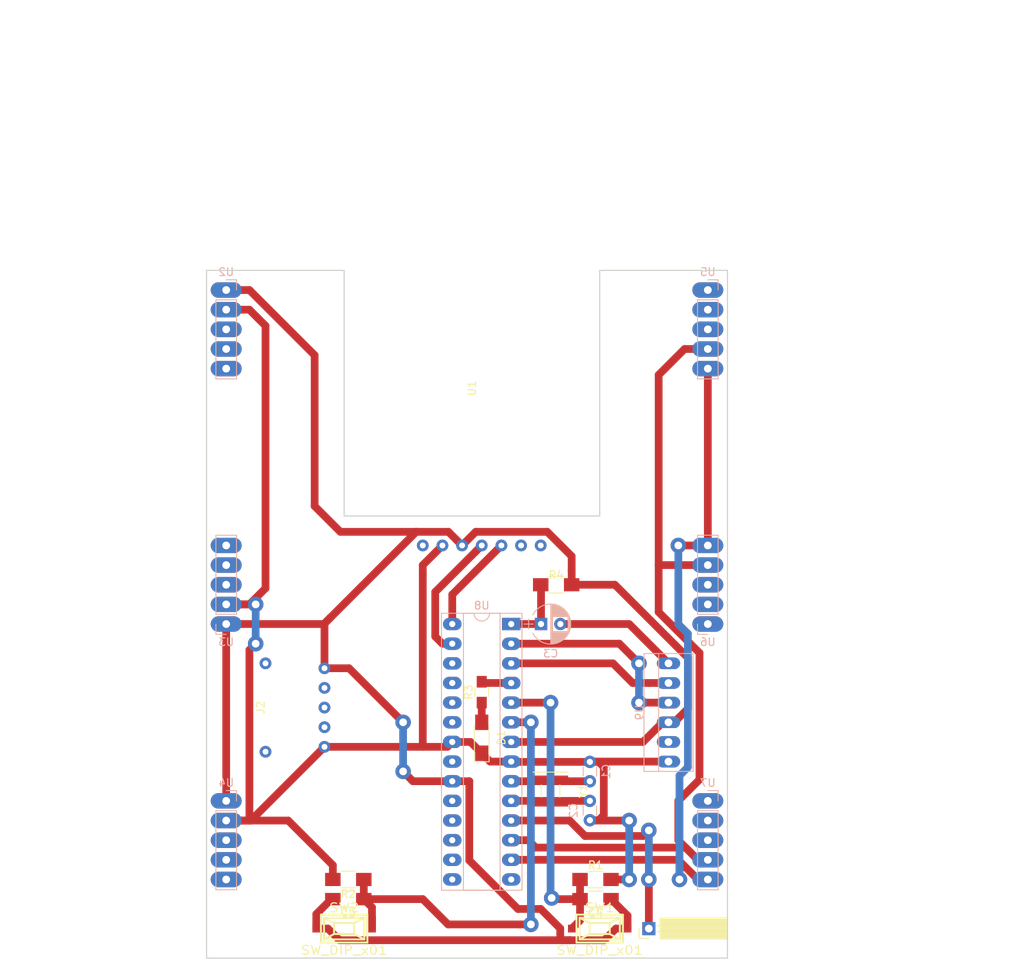
<source format=kicad_pcb>
(kicad_pcb (version 4) (host pcbnew 4.0.6)

  (general
    (links 51)
    (no_connects 1)
    (area 109.144999 46.914999 176.605001 135.965001)
    (thickness 1.6)
    (drawings 22)
    (tracks 194)
    (zones 0)
    (modules 24)
    (nets 19)
  )

  (page A4)
  (layers
    (0 F.Cu signal)
    (31 B.Cu signal)
    (32 B.Adhes user)
    (33 F.Adhes user)
    (34 B.Paste user hide)
    (35 F.Paste user hide)
    (36 B.SilkS user hide)
    (37 F.SilkS user)
    (38 B.Mask user)
    (39 F.Mask user hide)
    (40 Dwgs.User user)
    (41 Cmts.User user)
    (42 Eco1.User user)
    (43 Eco2.User user)
    (44 Edge.Cuts user)
    (45 Margin user)
    (46 B.CrtYd user)
    (47 F.CrtYd user)
    (48 B.Fab user)
    (49 F.Fab user)
  )

  (setup
    (last_trace_width 1)
    (user_trace_width 0.2)
    (user_trace_width 0.3)
    (user_trace_width 0.4)
    (user_trace_width 1)
    (user_trace_width 1.2)
    (user_trace_width 1.6)
    (user_trace_width 1.8)
    (trace_clearance 0.5)
    (zone_clearance 0.5)
    (zone_45_only no)
    (trace_min 0.5)
    (segment_width 0.2)
    (edge_width 0.15)
    (via_size 2)
    (via_drill 1)
    (via_min_size 0.4)
    (via_min_drill 0.3)
    (uvia_size 0.3)
    (uvia_drill 0.1)
    (uvias_allowed no)
    (uvia_min_size 0.2)
    (uvia_min_drill 0.1)
    (pcb_text_width 0.3)
    (pcb_text_size 1.5 1.5)
    (mod_edge_width 0.15)
    (mod_text_size 1 1)
    (mod_text_width 0.15)
    (pad_size 1.524 1.524)
    (pad_drill 0.762)
    (pad_to_mask_clearance 0.2)
    (aux_axis_origin 106.68 44.45)
    (visible_elements 7FFFFFFF)
    (pcbplotparams
      (layerselection 0x01800_00000001)
      (usegerberextensions false)
      (excludeedgelayer true)
      (linewidth 0.100000)
      (plotframeref false)
      (viasonmask false)
      (mode 1)
      (useauxorigin true)
      (hpglpennumber 1)
      (hpglpenspeed 20)
      (hpglpendiameter 15)
      (hpglpenoverlay 2)
      (psnegative false)
      (psa4output false)
      (plotreference true)
      (plotvalue true)
      (plotinvisibletext false)
      (padsonsilk false)
      (subtractmaskfromsilk false)
      (outputformat 1)
      (mirror false)
      (drillshape 0)
      (scaleselection 1)
      (outputdirectory gerber))
  )

  (net 0 "")
  (net 1 MAX_IN)
  (net 2 LATCH)
  (net 3 CLK)
  (net 4 SDA)
  (net 5 SCL)
  (net 6 VCC)
  (net 7 GND)
  (net 8 OSC1)
  (net 9 OSC2)
  (net 10 RESET)
  (net 11 SW1)
  (net 12 SW2)
  (net 13 "Net-(D1-Pad2)")
  (net 14 "Net-(J2-Pad6)")
  (net 15 LED)
  (net 16 RX)
  (net 17 TX)
  (net 18 DTR)

  (net_class Default "Dies ist die voreingestellte Netzklasse."
    (clearance 0.5)
    (trace_width 1)
    (via_dia 2)
    (via_drill 1)
    (uvia_dia 0.3)
    (uvia_drill 0.1)
    (add_net CLK)
    (add_net DTR)
    (add_net GND)
    (add_net LATCH)
    (add_net LED)
    (add_net MAX_IN)
    (add_net "Net-(D1-Pad2)")
    (add_net "Net-(J2-Pad6)")
    (add_net OSC1)
    (add_net OSC2)
    (add_net RESET)
    (add_net RX)
    (add_net SCL)
    (add_net SDA)
    (add_net SW1)
    (add_net SW2)
    (add_net TX)
    (add_net VCC)
  )

  (net_class 0,4mm ""
    (clearance 0.1)
    (trace_width 0.4)
    (via_dia 2)
    (via_drill 1)
    (uvia_dia 0.3)
    (uvia_drill 0.1)
  )

  (net_class 1mm ""
    (clearance 0.5)
    (trace_width 1)
    (via_dia 2)
    (via_drill 1)
    (uvia_dia 0.3)
    (uvia_drill 0.1)
  )

  (module Socket_Strips:Socket_Strip_Angled_1x01_Pitch2.54mm (layer F.Cu) (tedit 597DE67D) (tstamp 597C5703)
    (at 166.37 132.08 180)
    (descr "Through hole angled socket strip, 1x01, 2.54mm pitch, 8.51mm socket length, single row")
    (tags "Through hole angled socket strip THT 1x01 2.54mm single row")
    (path /597B8EB0)
    (fp_text reference J1 (at -4.38 -2.27 180) (layer F.SilkS) hide
      (effects (font (size 1 1) (thickness 0.15)))
    )
    (fp_text value CONN_01X01_MALE (at -4.38 2.27 180) (layer F.Fab)
      (effects (font (size 1 1) (thickness 0.15)))
    )
    (fp_line (start -1.52 -1.27) (end -1.52 1.27) (layer F.Fab) (width 0.1))
    (fp_line (start -1.52 1.27) (end -10.03 1.27) (layer F.Fab) (width 0.1))
    (fp_line (start -10.03 1.27) (end -10.03 -1.27) (layer F.Fab) (width 0.1))
    (fp_line (start -10.03 -1.27) (end -1.52 -1.27) (layer F.Fab) (width 0.1))
    (fp_line (start 0 -0.32) (end 0 0.32) (layer F.Fab) (width 0.1))
    (fp_line (start 0 0.32) (end -1.52 0.32) (layer F.Fab) (width 0.1))
    (fp_line (start -1.52 0.32) (end -1.52 -0.32) (layer F.Fab) (width 0.1))
    (fp_line (start -1.52 -0.32) (end 0 -0.32) (layer F.Fab) (width 0.1))
    (fp_line (start -1.46 -1.33) (end -1.46 1.33) (layer F.SilkS) (width 0.12))
    (fp_line (start -1.46 1.33) (end -10.09 1.33) (layer F.SilkS) (width 0.12))
    (fp_line (start -10.09 1.33) (end -10.09 -1.33) (layer F.SilkS) (width 0.12))
    (fp_line (start -10.09 -1.33) (end -1.46 -1.33) (layer F.SilkS) (width 0.12))
    (fp_line (start -1.46 -1.33) (end -1.46 1.27) (layer F.SilkS) (width 0.12))
    (fp_line (start -1.46 1.27) (end -10.09 1.27) (layer F.SilkS) (width 0.12))
    (fp_line (start -10.09 1.27) (end -10.09 -1.33) (layer F.SilkS) (width 0.12))
    (fp_line (start -10.09 -1.33) (end -1.46 -1.33) (layer F.SilkS) (width 0.12))
    (fp_line (start -1.03 -0.38) (end -1.46 -0.38) (layer F.SilkS) (width 0.12))
    (fp_line (start -1.03 0.38) (end -1.46 0.38) (layer F.SilkS) (width 0.12))
    (fp_line (start -1.46 -1.15) (end -10.09 -1.15) (layer F.SilkS) (width 0.12))
    (fp_line (start -1.46 -1.03) (end -10.09 -1.03) (layer F.SilkS) (width 0.12))
    (fp_line (start -1.46 -0.91) (end -10.09 -0.91) (layer F.SilkS) (width 0.12))
    (fp_line (start -1.46 -0.79) (end -10.09 -0.79) (layer F.SilkS) (width 0.12))
    (fp_line (start -1.46 -0.67) (end -10.09 -0.67) (layer F.SilkS) (width 0.12))
    (fp_line (start -1.46 -0.55) (end -10.09 -0.55) (layer F.SilkS) (width 0.12))
    (fp_line (start -1.46 -0.43) (end -10.09 -0.43) (layer F.SilkS) (width 0.12))
    (fp_line (start -1.46 -0.31) (end -10.09 -0.31) (layer F.SilkS) (width 0.12))
    (fp_line (start -1.46 -0.19) (end -10.09 -0.19) (layer F.SilkS) (width 0.12))
    (fp_line (start -1.46 -0.07) (end -10.09 -0.07) (layer F.SilkS) (width 0.12))
    (fp_line (start -1.46 0.05) (end -10.09 0.05) (layer F.SilkS) (width 0.12))
    (fp_line (start -1.46 0.17) (end -10.09 0.17) (layer F.SilkS) (width 0.12))
    (fp_line (start -1.46 0.29) (end -10.09 0.29) (layer F.SilkS) (width 0.12))
    (fp_line (start -1.46 0.41) (end -10.09 0.41) (layer F.SilkS) (width 0.12))
    (fp_line (start -1.46 0.53) (end -10.09 0.53) (layer F.SilkS) (width 0.12))
    (fp_line (start -1.46 0.65) (end -10.09 0.65) (layer F.SilkS) (width 0.12))
    (fp_line (start -1.46 0.77) (end -10.09 0.77) (layer F.SilkS) (width 0.12))
    (fp_line (start -1.46 0.89) (end -10.09 0.89) (layer F.SilkS) (width 0.12))
    (fp_line (start -1.46 1.01) (end -10.09 1.01) (layer F.SilkS) (width 0.12))
    (fp_line (start -1.46 1.13) (end -10.09 1.13) (layer F.SilkS) (width 0.12))
    (fp_line (start -1.46 1.25) (end -10.09 1.25) (layer F.SilkS) (width 0.12))
    (fp_line (start -1.46 1.37) (end -10.09 1.37) (layer F.SilkS) (width 0.12))
    (fp_line (start 0 -1.27) (end 1.27 -1.27) (layer F.SilkS) (width 0.12))
    (fp_line (start 1.27 -1.27) (end 1.27 0) (layer F.SilkS) (width 0.12))
    (fp_line (start 1.8 -1.8) (end 1.8 1.8) (layer F.CrtYd) (width 0.05))
    (fp_line (start 1.8 1.8) (end -10.55 1.8) (layer F.CrtYd) (width 0.05))
    (fp_line (start -10.55 1.8) (end -10.55 -1.8) (layer F.CrtYd) (width 0.05))
    (fp_line (start -10.55 -1.8) (end 1.8 -1.8) (layer F.CrtYd) (width 0.05))
    (fp_text user %R (at -4.38 -2.27 180) (layer F.Fab) hide
      (effects (font (size 1 1) (thickness 0.15)))
    )
    (pad 1 thru_hole rect (at 0 0 180) (size 1.7 1.7) (drill 1) (layers *.Cu *.Mask)
      (net 1 MAX_IN))
    (model ${KISYS3DMOD}/Socket_Strips.3dshapes/Socket_Strip_Angled_1x01_Pitch2.54mm.wrl
      (at (xyz 0 0 0))
      (scale (xyz 1 1 1))
      (rotate (xyz 0 0 270))
    )
  )

  (module Socket_Strips:Socket_Strip_Straight_1x05_Pitch2.54mm (layer B.Cu) (tedit 58CD5446) (tstamp 597C571C)
    (at 111.76 49.53 180)
    (descr "Through hole straight socket strip, 1x05, 2.54mm pitch, single row")
    (tags "Through hole socket strip THT 1x05 2.54mm single row")
    (path /596A2A6D)
    (fp_text reference U2 (at 0 2.33 180) (layer B.SilkS)
      (effects (font (size 1 1) (thickness 0.15)) (justify mirror))
    )
    (fp_text value MAX7219_IN (at 0 -12.49 180) (layer B.Fab)
      (effects (font (size 1 1) (thickness 0.15)) (justify mirror))
    )
    (fp_line (start -1.27 1.27) (end -1.27 -11.43) (layer B.Fab) (width 0.1))
    (fp_line (start -1.27 -11.43) (end 1.27 -11.43) (layer B.Fab) (width 0.1))
    (fp_line (start 1.27 -11.43) (end 1.27 1.27) (layer B.Fab) (width 0.1))
    (fp_line (start 1.27 1.27) (end -1.27 1.27) (layer B.Fab) (width 0.1))
    (fp_line (start -1.33 -1.27) (end -1.33 -11.49) (layer B.SilkS) (width 0.12))
    (fp_line (start -1.33 -11.49) (end 1.33 -11.49) (layer B.SilkS) (width 0.12))
    (fp_line (start 1.33 -11.49) (end 1.33 -1.27) (layer B.SilkS) (width 0.12))
    (fp_line (start 1.33 -1.27) (end -1.33 -1.27) (layer B.SilkS) (width 0.12))
    (fp_line (start -1.33 0) (end -1.33 1.33) (layer B.SilkS) (width 0.12))
    (fp_line (start -1.33 1.33) (end 0 1.33) (layer B.SilkS) (width 0.12))
    (fp_line (start -1.8 1.8) (end -1.8 -11.95) (layer B.CrtYd) (width 0.05))
    (fp_line (start -1.8 -11.95) (end 1.8 -11.95) (layer B.CrtYd) (width 0.05))
    (fp_line (start 1.8 -11.95) (end 1.8 1.8) (layer B.CrtYd) (width 0.05))
    (fp_line (start 1.8 1.8) (end -1.8 1.8) (layer B.CrtYd) (width 0.05))
    (fp_text user %R (at 0 2.33 180) (layer B.Fab)
      (effects (font (size 1 1) (thickness 0.15)) (justify mirror))
    )
    (pad 1 thru_hole oval (at 0 0 180) (size 4 2) (drill 1) (layers *.Cu *.Mask)
      (net 6 VCC))
    (pad 2 thru_hole oval (at 0 -2.54 180) (size 4 2) (drill 1) (layers *.Cu *.Mask)
      (net 7 GND))
    (pad 3 thru_hole oval (at 0 -5.08 180) (size 4 2) (drill 1) (layers *.Cu *.Mask))
    (pad 4 thru_hole oval (at 0 -7.62 180) (size 4 2) (drill 1) (layers *.Cu *.Mask))
    (pad 5 thru_hole oval (at 0 -10.16 180) (size 4 2) (drill 1) (layers *.Cu *.Mask))
    (model ${KISYS3DMOD}/Socket_Strips.3dshapes/Socket_Strip_Straight_1x05_Pitch2.54mm.wrl
      (at (xyz 0 -0.2 0))
      (scale (xyz 1 1 1))
      (rotate (xyz 0 0 270))
    )
  )

  (module Socket_Strips:Socket_Strip_Straight_1x05_Pitch2.54mm (layer B.Cu) (tedit 58CD5446) (tstamp 597C5725)
    (at 111.76 92.71)
    (descr "Through hole straight socket strip, 1x05, 2.54mm pitch, single row")
    (tags "Through hole socket strip THT 1x05 2.54mm single row")
    (path /597B8DED)
    (fp_text reference U3 (at 0 2.33) (layer B.SilkS)
      (effects (font (size 1 1) (thickness 0.15)) (justify mirror))
    )
    (fp_text value MAX7219_IN (at 0 -12.49) (layer B.Fab)
      (effects (font (size 1 1) (thickness 0.15)) (justify mirror))
    )
    (fp_line (start -1.27 1.27) (end -1.27 -11.43) (layer B.Fab) (width 0.1))
    (fp_line (start -1.27 -11.43) (end 1.27 -11.43) (layer B.Fab) (width 0.1))
    (fp_line (start 1.27 -11.43) (end 1.27 1.27) (layer B.Fab) (width 0.1))
    (fp_line (start 1.27 1.27) (end -1.27 1.27) (layer B.Fab) (width 0.1))
    (fp_line (start -1.33 -1.27) (end -1.33 -11.49) (layer B.SilkS) (width 0.12))
    (fp_line (start -1.33 -11.49) (end 1.33 -11.49) (layer B.SilkS) (width 0.12))
    (fp_line (start 1.33 -11.49) (end 1.33 -1.27) (layer B.SilkS) (width 0.12))
    (fp_line (start 1.33 -1.27) (end -1.33 -1.27) (layer B.SilkS) (width 0.12))
    (fp_line (start -1.33 0) (end -1.33 1.33) (layer B.SilkS) (width 0.12))
    (fp_line (start -1.33 1.33) (end 0 1.33) (layer B.SilkS) (width 0.12))
    (fp_line (start -1.8 1.8) (end -1.8 -11.95) (layer B.CrtYd) (width 0.05))
    (fp_line (start -1.8 -11.95) (end 1.8 -11.95) (layer B.CrtYd) (width 0.05))
    (fp_line (start 1.8 -11.95) (end 1.8 1.8) (layer B.CrtYd) (width 0.05))
    (fp_line (start 1.8 1.8) (end -1.8 1.8) (layer B.CrtYd) (width 0.05))
    (fp_text user %R (at 0 2.33) (layer B.Fab)
      (effects (font (size 1 1) (thickness 0.15)) (justify mirror))
    )
    (pad 1 thru_hole oval (at 0 0) (size 4 2) (drill 1) (layers *.Cu *.Mask)
      (net 6 VCC))
    (pad 2 thru_hole oval (at 0 -2.54) (size 4 2) (drill 1) (layers *.Cu *.Mask)
      (net 7 GND))
    (pad 3 thru_hole oval (at 0 -5.08) (size 4 2) (drill 1) (layers *.Cu *.Mask))
    (pad 4 thru_hole oval (at 0 -7.62) (size 4 2) (drill 1) (layers *.Cu *.Mask))
    (pad 5 thru_hole oval (at 0 -10.16) (size 4 2) (drill 1) (layers *.Cu *.Mask))
    (model ${KISYS3DMOD}/Socket_Strips.3dshapes/Socket_Strip_Straight_1x05_Pitch2.54mm.wrl
      (at (xyz 0 -0.2 0))
      (scale (xyz 1 1 1))
      (rotate (xyz 0 0 270))
    )
  )

  (module Socket_Strips:Socket_Strip_Straight_1x05_Pitch2.54mm (layer B.Cu) (tedit 58CD5446) (tstamp 597C572E)
    (at 111.76 115.57 180)
    (descr "Through hole straight socket strip, 1x05, 2.54mm pitch, single row")
    (tags "Through hole socket strip THT 1x05 2.54mm single row")
    (path /597B8E78)
    (fp_text reference U4 (at 0 2.33 180) (layer B.SilkS)
      (effects (font (size 1 1) (thickness 0.15)) (justify mirror))
    )
    (fp_text value MAX7219_IN (at 0 -12.49 180) (layer B.Fab)
      (effects (font (size 1 1) (thickness 0.15)) (justify mirror))
    )
    (fp_line (start -1.27 1.27) (end -1.27 -11.43) (layer B.Fab) (width 0.1))
    (fp_line (start -1.27 -11.43) (end 1.27 -11.43) (layer B.Fab) (width 0.1))
    (fp_line (start 1.27 -11.43) (end 1.27 1.27) (layer B.Fab) (width 0.1))
    (fp_line (start 1.27 1.27) (end -1.27 1.27) (layer B.Fab) (width 0.1))
    (fp_line (start -1.33 -1.27) (end -1.33 -11.49) (layer B.SilkS) (width 0.12))
    (fp_line (start -1.33 -11.49) (end 1.33 -11.49) (layer B.SilkS) (width 0.12))
    (fp_line (start 1.33 -11.49) (end 1.33 -1.27) (layer B.SilkS) (width 0.12))
    (fp_line (start 1.33 -1.27) (end -1.33 -1.27) (layer B.SilkS) (width 0.12))
    (fp_line (start -1.33 0) (end -1.33 1.33) (layer B.SilkS) (width 0.12))
    (fp_line (start -1.33 1.33) (end 0 1.33) (layer B.SilkS) (width 0.12))
    (fp_line (start -1.8 1.8) (end -1.8 -11.95) (layer B.CrtYd) (width 0.05))
    (fp_line (start -1.8 -11.95) (end 1.8 -11.95) (layer B.CrtYd) (width 0.05))
    (fp_line (start 1.8 -11.95) (end 1.8 1.8) (layer B.CrtYd) (width 0.05))
    (fp_line (start 1.8 1.8) (end -1.8 1.8) (layer B.CrtYd) (width 0.05))
    (fp_text user %R (at 0 2.33 180) (layer B.Fab)
      (effects (font (size 1 1) (thickness 0.15)) (justify mirror))
    )
    (pad 1 thru_hole oval (at 0 0 180) (size 4 2) (drill 1) (layers *.Cu *.Mask)
      (net 6 VCC))
    (pad 2 thru_hole oval (at 0 -2.54 180) (size 4 2) (drill 1) (layers *.Cu *.Mask)
      (net 7 GND))
    (pad 3 thru_hole oval (at 0 -5.08 180) (size 4 2) (drill 1) (layers *.Cu *.Mask))
    (pad 4 thru_hole oval (at 0 -7.62 180) (size 4 2) (drill 1) (layers *.Cu *.Mask))
    (pad 5 thru_hole oval (at 0 -10.16 180) (size 4 2) (drill 1) (layers *.Cu *.Mask))
    (model ${KISYS3DMOD}/Socket_Strips.3dshapes/Socket_Strip_Straight_1x05_Pitch2.54mm.wrl
      (at (xyz 0 -0.2 0))
      (scale (xyz 1 1 1))
      (rotate (xyz 0 0 270))
    )
  )

  (module Socket_Strips:Socket_Strip_Straight_1x05_Pitch2.54mm (layer B.Cu) (tedit 597C7995) (tstamp 597C5737)
    (at 173.99 49.53 180)
    (descr "Through hole straight socket strip, 1x05, 2.54mm pitch, single row")
    (tags "Through hole socket strip THT 1x05 2.54mm single row")
    (path /597B8E8D)
    (fp_text reference U5 (at 0 2.33 180) (layer B.SilkS)
      (effects (font (size 1 1) (thickness 0.15)) (justify mirror))
    )
    (fp_text value MAX7219_IN (at 0 -12.49 180) (layer B.Fab)
      (effects (font (size 1 1) (thickness 0.15)) (justify mirror))
    )
    (fp_line (start -1.27 1.27) (end -1.27 -11.43) (layer B.Fab) (width 0.1))
    (fp_line (start -1.27 -11.43) (end 1.27 -11.43) (layer B.Fab) (width 0.1))
    (fp_line (start 1.27 -11.43) (end 1.27 1.27) (layer B.Fab) (width 0.1))
    (fp_line (start 1.27 1.27) (end -1.27 1.27) (layer B.Fab) (width 0.1))
    (fp_line (start -1.33 -1.27) (end -1.33 -11.49) (layer B.SilkS) (width 0.12))
    (fp_line (start -1.33 -11.49) (end 1.33 -11.49) (layer B.SilkS) (width 0.12))
    (fp_line (start 1.33 -11.49) (end 1.33 -1.27) (layer B.SilkS) (width 0.12))
    (fp_line (start 1.33 -1.27) (end -1.33 -1.27) (layer B.SilkS) (width 0.12))
    (fp_line (start -1.33 0) (end -1.33 1.33) (layer B.SilkS) (width 0.12))
    (fp_line (start -1.33 1.33) (end 0 1.33) (layer B.SilkS) (width 0.12))
    (fp_line (start -1.8 1.8) (end -1.8 -11.95) (layer B.CrtYd) (width 0.05))
    (fp_line (start -1.8 -11.95) (end 1.8 -11.95) (layer B.CrtYd) (width 0.05))
    (fp_line (start 1.8 -11.95) (end 1.8 1.8) (layer B.CrtYd) (width 0.05))
    (fp_line (start 1.8 1.8) (end -1.8 1.8) (layer B.CrtYd) (width 0.05))
    (fp_text user %R (at 0 2.33 180) (layer B.Fab)
      (effects (font (size 1 1) (thickness 0.15)) (justify mirror))
    )
    (pad 1 thru_hole oval (at 0 0 180) (size 4 2) (drill 1) (layers *.Cu *.Mask))
    (pad 2 thru_hole oval (at 0 -2.54 180) (size 4 2) (drill 1) (layers *.Cu *.Mask))
    (pad 3 thru_hole oval (at 0 -5.08 180) (size 4 2) (drill 1) (layers *.Cu *.Mask))
    (pad 4 thru_hole oval (at 0 -7.62 180) (size 4 2) (drill 1) (layers *.Cu *.Mask)
      (net 2 LATCH))
    (pad 5 thru_hole oval (at 0 -10.16 180) (size 4 2) (drill 1) (layers *.Cu *.Mask)
      (net 3 CLK))
    (model ${KISYS3DMOD}/Socket_Strips.3dshapes/Socket_Strip_Straight_1x05_Pitch2.54mm.wrl
      (at (xyz 0 -0.2 0))
      (scale (xyz 1 1 1))
      (rotate (xyz 0 0 270))
    )
  )

  (module Socket_Strips:Socket_Strip_Straight_1x05_Pitch2.54mm (layer B.Cu) (tedit 58CD5446) (tstamp 597C607C)
    (at 173.99 92.71)
    (descr "Through hole straight socket strip, 1x05, 2.54mm pitch, single row")
    (tags "Through hole socket strip THT 1x05 2.54mm single row")
    (path /597C60B3)
    (fp_text reference U6 (at 0 2.33) (layer B.SilkS)
      (effects (font (size 1 1) (thickness 0.15)) (justify mirror))
    )
    (fp_text value MAX7219_IN (at 0 -12.49) (layer B.Fab)
      (effects (font (size 1 1) (thickness 0.15)) (justify mirror))
    )
    (fp_line (start -1.27 1.27) (end -1.27 -11.43) (layer B.Fab) (width 0.1))
    (fp_line (start -1.27 -11.43) (end 1.27 -11.43) (layer B.Fab) (width 0.1))
    (fp_line (start 1.27 -11.43) (end 1.27 1.27) (layer B.Fab) (width 0.1))
    (fp_line (start 1.27 1.27) (end -1.27 1.27) (layer B.Fab) (width 0.1))
    (fp_line (start -1.33 -1.27) (end -1.33 -11.49) (layer B.SilkS) (width 0.12))
    (fp_line (start -1.33 -11.49) (end 1.33 -11.49) (layer B.SilkS) (width 0.12))
    (fp_line (start 1.33 -11.49) (end 1.33 -1.27) (layer B.SilkS) (width 0.12))
    (fp_line (start 1.33 -1.27) (end -1.33 -1.27) (layer B.SilkS) (width 0.12))
    (fp_line (start -1.33 0) (end -1.33 1.33) (layer B.SilkS) (width 0.12))
    (fp_line (start -1.33 1.33) (end 0 1.33) (layer B.SilkS) (width 0.12))
    (fp_line (start -1.8 1.8) (end -1.8 -11.95) (layer B.CrtYd) (width 0.05))
    (fp_line (start -1.8 -11.95) (end 1.8 -11.95) (layer B.CrtYd) (width 0.05))
    (fp_line (start 1.8 -11.95) (end 1.8 1.8) (layer B.CrtYd) (width 0.05))
    (fp_line (start 1.8 1.8) (end -1.8 1.8) (layer B.CrtYd) (width 0.05))
    (fp_text user %R (at 0 2.33) (layer B.Fab)
      (effects (font (size 1 1) (thickness 0.15)) (justify mirror))
    )
    (pad 1 thru_hole oval (at 0 0) (size 4 2) (drill 1) (layers *.Cu *.Mask))
    (pad 2 thru_hole oval (at 0 -2.54) (size 4 2) (drill 1) (layers *.Cu *.Mask))
    (pad 3 thru_hole oval (at 0 -5.08) (size 4 2) (drill 1) (layers *.Cu *.Mask))
    (pad 4 thru_hole oval (at 0 -7.62) (size 4 2) (drill 1) (layers *.Cu *.Mask)
      (net 2 LATCH))
    (pad 5 thru_hole oval (at 0 -10.16) (size 4 2) (drill 1) (layers *.Cu *.Mask)
      (net 3 CLK))
    (model ${KISYS3DMOD}/Socket_Strips.3dshapes/Socket_Strip_Straight_1x05_Pitch2.54mm.wrl
      (at (xyz 0 -0.2 0))
      (scale (xyz 1 1 1))
      (rotate (xyz 0 0 270))
    )
  )

  (module Socket_Strips:Socket_Strip_Straight_1x05_Pitch2.54mm (layer B.Cu) (tedit 58CD5446) (tstamp 597C6085)
    (at 173.99 115.57 180)
    (descr "Through hole straight socket strip, 1x05, 2.54mm pitch, single row")
    (tags "Through hole socket strip THT 1x05 2.54mm single row")
    (path /597C60C8)
    (fp_text reference U7 (at 0 2.33 180) (layer B.SilkS)
      (effects (font (size 1 1) (thickness 0.15)) (justify mirror))
    )
    (fp_text value MAX7219_IN (at 0 -12.49 180) (layer B.Fab)
      (effects (font (size 1 1) (thickness 0.15)) (justify mirror))
    )
    (fp_line (start -1.27 1.27) (end -1.27 -11.43) (layer B.Fab) (width 0.1))
    (fp_line (start -1.27 -11.43) (end 1.27 -11.43) (layer B.Fab) (width 0.1))
    (fp_line (start 1.27 -11.43) (end 1.27 1.27) (layer B.Fab) (width 0.1))
    (fp_line (start 1.27 1.27) (end -1.27 1.27) (layer B.Fab) (width 0.1))
    (fp_line (start -1.33 -1.27) (end -1.33 -11.49) (layer B.SilkS) (width 0.12))
    (fp_line (start -1.33 -11.49) (end 1.33 -11.49) (layer B.SilkS) (width 0.12))
    (fp_line (start 1.33 -11.49) (end 1.33 -1.27) (layer B.SilkS) (width 0.12))
    (fp_line (start 1.33 -1.27) (end -1.33 -1.27) (layer B.SilkS) (width 0.12))
    (fp_line (start -1.33 0) (end -1.33 1.33) (layer B.SilkS) (width 0.12))
    (fp_line (start -1.33 1.33) (end 0 1.33) (layer B.SilkS) (width 0.12))
    (fp_line (start -1.8 1.8) (end -1.8 -11.95) (layer B.CrtYd) (width 0.05))
    (fp_line (start -1.8 -11.95) (end 1.8 -11.95) (layer B.CrtYd) (width 0.05))
    (fp_line (start 1.8 -11.95) (end 1.8 1.8) (layer B.CrtYd) (width 0.05))
    (fp_line (start 1.8 1.8) (end -1.8 1.8) (layer B.CrtYd) (width 0.05))
    (fp_text user %R (at 0 2.33 180) (layer B.Fab)
      (effects (font (size 1 1) (thickness 0.15)) (justify mirror))
    )
    (pad 1 thru_hole oval (at 0 0 180) (size 4 2) (drill 1) (layers *.Cu *.Mask))
    (pad 2 thru_hole oval (at 0 -2.54 180) (size 4 2) (drill 1) (layers *.Cu *.Mask))
    (pad 3 thru_hole oval (at 0 -5.08 180) (size 4 2) (drill 1) (layers *.Cu *.Mask))
    (pad 4 thru_hole oval (at 0 -7.62 180) (size 4 2) (drill 1) (layers *.Cu *.Mask)
      (net 2 LATCH))
    (pad 5 thru_hole oval (at 0 -10.16 180) (size 4 2) (drill 1) (layers *.Cu *.Mask)
      (net 3 CLK))
    (model ${KISYS3DMOD}/Socket_Strips.3dshapes/Socket_Strip_Straight_1x05_Pitch2.54mm.wrl
      (at (xyz 0 -0.2 0))
      (scale (xyz 1 1 1))
      (rotate (xyz 0 0 270))
    )
  )

  (module Capacitors_THT:C_Disc_D3.0mm_W1.6mm_P2.50mm (layer B.Cu) (tedit 597BC7C2) (tstamp 598F1986)
    (at 158.75 113.03 90)
    (descr "C, Disc series, Radial, pin pitch=2.50mm, , diameter*width=3.0*1.6mm^2, Capacitor, http://www.vishay.com/docs/45233/krseries.pdf")
    (tags "C Disc series Radial pin pitch 2.50mm  diameter 3.0mm width 1.6mm Capacitor")
    (path /598E090A)
    (fp_text reference C1 (at 1.25 2.11 90) (layer B.SilkS)
      (effects (font (size 1 1) (thickness 0.15)) (justify mirror))
    )
    (fp_text value 22pF (at 1.25 -2.11 90) (layer B.Fab)
      (effects (font (size 1 1) (thickness 0.15)) (justify mirror))
    )
    (fp_line (start -0.25 0.8) (end -0.25 -0.8) (layer B.Fab) (width 0.1))
    (fp_line (start -0.25 -0.8) (end 2.75 -0.8) (layer B.Fab) (width 0.1))
    (fp_line (start 2.75 -0.8) (end 2.75 0.8) (layer B.Fab) (width 0.1))
    (fp_line (start 2.75 0.8) (end -0.25 0.8) (layer B.Fab) (width 0.1))
    (fp_line (start 0.663 0.861) (end 1.837 0.861) (layer B.SilkS) (width 0.12))
    (fp_line (start 0.663 -0.861) (end 1.837 -0.861) (layer B.SilkS) (width 0.12))
    (fp_line (start -1.05 1.15) (end -1.05 -1.15) (layer B.CrtYd) (width 0.05))
    (fp_line (start -1.05 -1.15) (end 3.55 -1.15) (layer B.CrtYd) (width 0.05))
    (fp_line (start 3.55 -1.15) (end 3.55 1.15) (layer B.CrtYd) (width 0.05))
    (fp_line (start 3.55 1.15) (end -1.05 1.15) (layer B.CrtYd) (width 0.05))
    (fp_text user %R (at 1.25 0 90) (layer B.Fab)
      (effects (font (size 1 1) (thickness 0.15)) (justify mirror))
    )
    (pad 1 thru_hole circle (at 0 0 90) (size 1.6 1.6) (drill 0.8) (layers *.Cu *.Mask)
      (net 8 OSC1))
    (pad 2 thru_hole circle (at 2.5 0 90) (size 1.6 1.6) (drill 0.8) (layers *.Cu *.Mask)
      (net 7 GND))
    (model ${KISYS3DMOD}/Capacitors_THT.3dshapes/C_Disc_D3.0mm_W1.6mm_P2.50mm.wrl
      (at (xyz 0 0 0))
      (scale (xyz 0.4 0.4 0.4))
      (rotate (xyz 0 0 0))
    )
  )

  (module Capacitors_THT:C_Disc_D3.0mm_W1.6mm_P2.50mm (layer B.Cu) (tedit 597BC7C2) (tstamp 598F198C)
    (at 158.75 115.57 270)
    (descr "C, Disc series, Radial, pin pitch=2.50mm, , diameter*width=3.0*1.6mm^2, Capacitor, http://www.vishay.com/docs/45233/krseries.pdf")
    (tags "C Disc series Radial pin pitch 2.50mm  diameter 3.0mm width 1.6mm Capacitor")
    (path /598E0A25)
    (fp_text reference C2 (at 1.25 2.11 270) (layer B.SilkS)
      (effects (font (size 1 1) (thickness 0.15)) (justify mirror))
    )
    (fp_text value 22pF (at 1.25 -2.11 270) (layer B.Fab)
      (effects (font (size 1 1) (thickness 0.15)) (justify mirror))
    )
    (fp_line (start -0.25 0.8) (end -0.25 -0.8) (layer B.Fab) (width 0.1))
    (fp_line (start -0.25 -0.8) (end 2.75 -0.8) (layer B.Fab) (width 0.1))
    (fp_line (start 2.75 -0.8) (end 2.75 0.8) (layer B.Fab) (width 0.1))
    (fp_line (start 2.75 0.8) (end -0.25 0.8) (layer B.Fab) (width 0.1))
    (fp_line (start 0.663 0.861) (end 1.837 0.861) (layer B.SilkS) (width 0.12))
    (fp_line (start 0.663 -0.861) (end 1.837 -0.861) (layer B.SilkS) (width 0.12))
    (fp_line (start -1.05 1.15) (end -1.05 -1.15) (layer B.CrtYd) (width 0.05))
    (fp_line (start -1.05 -1.15) (end 3.55 -1.15) (layer B.CrtYd) (width 0.05))
    (fp_line (start 3.55 -1.15) (end 3.55 1.15) (layer B.CrtYd) (width 0.05))
    (fp_line (start 3.55 1.15) (end -1.05 1.15) (layer B.CrtYd) (width 0.05))
    (fp_text user %R (at 1.25 0 270) (layer B.Fab)
      (effects (font (size 1 1) (thickness 0.15)) (justify mirror))
    )
    (pad 1 thru_hole circle (at 0 0 270) (size 1.6 1.6) (drill 0.8) (layers *.Cu *.Mask)
      (net 9 OSC2))
    (pad 2 thru_hole circle (at 2.5 0 270) (size 1.6 1.6) (drill 0.8) (layers *.Cu *.Mask)
      (net 7 GND))
    (model ${KISYS3DMOD}/Capacitors_THT.3dshapes/C_Disc_D3.0mm_W1.6mm_P2.50mm.wrl
      (at (xyz 0 0 0))
      (scale (xyz 0.4 0.4 0.4))
      (rotate (xyz 0 0 0))
    )
  )

  (module Capacitors_SMD:C_1206_HandSoldering (layer F.Cu) (tedit 58AA84D1) (tstamp 598F1998)
    (at 159.48 128.27 180)
    (descr "Capacitor SMD 1206, hand soldering")
    (tags "capacitor 1206")
    (path /598F6208)
    (attr smd)
    (fp_text reference C4 (at 0 -1.75 180) (layer F.SilkS)
      (effects (font (size 1 1) (thickness 0.15)))
    )
    (fp_text value 100nF (at 0 2 180) (layer F.Fab)
      (effects (font (size 1 1) (thickness 0.15)))
    )
    (fp_text user %R (at 0 -1.75 180) (layer F.Fab)
      (effects (font (size 1 1) (thickness 0.15)))
    )
    (fp_line (start -1.6 0.8) (end -1.6 -0.8) (layer F.Fab) (width 0.1))
    (fp_line (start 1.6 0.8) (end -1.6 0.8) (layer F.Fab) (width 0.1))
    (fp_line (start 1.6 -0.8) (end 1.6 0.8) (layer F.Fab) (width 0.1))
    (fp_line (start -1.6 -0.8) (end 1.6 -0.8) (layer F.Fab) (width 0.1))
    (fp_line (start 1 -1.02) (end -1 -1.02) (layer F.SilkS) (width 0.12))
    (fp_line (start -1 1.02) (end 1 1.02) (layer F.SilkS) (width 0.12))
    (fp_line (start -3.25 -1.05) (end 3.25 -1.05) (layer F.CrtYd) (width 0.05))
    (fp_line (start -3.25 -1.05) (end -3.25 1.05) (layer F.CrtYd) (width 0.05))
    (fp_line (start 3.25 1.05) (end 3.25 -1.05) (layer F.CrtYd) (width 0.05))
    (fp_line (start 3.25 1.05) (end -3.25 1.05) (layer F.CrtYd) (width 0.05))
    (pad 1 smd rect (at -2 0 180) (size 2 1.6) (layers F.Cu F.Paste F.Mask)
      (net 6 VCC))
    (pad 2 smd rect (at 2 0 180) (size 2 1.6) (layers F.Cu F.Paste F.Mask)
      (net 11 SW1))
    (model Capacitors_SMD.3dshapes/C_1206.wrl
      (at (xyz 0 0 0))
      (scale (xyz 1 1 1))
      (rotate (xyz 0 0 0))
    )
  )

  (module Capacitors_SMD:C_1206_HandSoldering (layer F.Cu) (tedit 58AA84D1) (tstamp 598F199E)
    (at 127.54 128.27 180)
    (descr "Capacitor SMD 1206, hand soldering")
    (tags "capacitor 1206")
    (path /598F6A52)
    (attr smd)
    (fp_text reference C5 (at 0 -1.75 180) (layer F.SilkS)
      (effects (font (size 1 1) (thickness 0.15)))
    )
    (fp_text value 100nF (at 0 2 180) (layer F.Fab)
      (effects (font (size 1 1) (thickness 0.15)))
    )
    (fp_text user %R (at 0 -1.75 180) (layer F.Fab)
      (effects (font (size 1 1) (thickness 0.15)))
    )
    (fp_line (start -1.6 0.8) (end -1.6 -0.8) (layer F.Fab) (width 0.1))
    (fp_line (start 1.6 0.8) (end -1.6 0.8) (layer F.Fab) (width 0.1))
    (fp_line (start 1.6 -0.8) (end 1.6 0.8) (layer F.Fab) (width 0.1))
    (fp_line (start -1.6 -0.8) (end 1.6 -0.8) (layer F.Fab) (width 0.1))
    (fp_line (start 1 -1.02) (end -1 -1.02) (layer F.SilkS) (width 0.12))
    (fp_line (start -1 1.02) (end 1 1.02) (layer F.SilkS) (width 0.12))
    (fp_line (start -3.25 -1.05) (end 3.25 -1.05) (layer F.CrtYd) (width 0.05))
    (fp_line (start -3.25 -1.05) (end -3.25 1.05) (layer F.CrtYd) (width 0.05))
    (fp_line (start 3.25 1.05) (end 3.25 -1.05) (layer F.CrtYd) (width 0.05))
    (fp_line (start 3.25 1.05) (end -3.25 1.05) (layer F.CrtYd) (width 0.05))
    (pad 1 smd rect (at -2 0 180) (size 2 1.6) (layers F.Cu F.Paste F.Mask)
      (net 12 SW2))
    (pad 2 smd rect (at 2 0 180) (size 2 1.6) (layers F.Cu F.Paste F.Mask)
      (net 6 VCC))
    (model Capacitors_SMD.3dshapes/C_1206.wrl
      (at (xyz 0 0 0))
      (scale (xyz 1 1 1))
      (rotate (xyz 0 0 0))
    )
  )

  (module LEDs:LED_1206_HandSoldering (layer F.Cu) (tedit 595FC724) (tstamp 598F19A4)
    (at 144.78 107.41 90)
    (descr "LED SMD 1206, hand soldering")
    (tags "LED 1206")
    (path /598F0345)
    (attr smd)
    (fp_text reference D1 (at 0 2.54 90) (layer F.SilkS)
      (effects (font (size 1 1) (thickness 0.15)))
    )
    (fp_text value LED (at 0 1.9 90) (layer F.Fab)
      (effects (font (size 1 1) (thickness 0.15)))
    )
    (fp_line (start -3.1 -0.95) (end -3.1 0.95) (layer F.SilkS) (width 0.12))
    (fp_line (start -0.4 0) (end 0.2 -0.4) (layer F.Fab) (width 0.1))
    (fp_line (start 0.2 -0.4) (end 0.2 0.4) (layer F.Fab) (width 0.1))
    (fp_line (start 0.2 0.4) (end -0.4 0) (layer F.Fab) (width 0.1))
    (fp_line (start -0.45 -0.4) (end -0.45 0.4) (layer F.Fab) (width 0.1))
    (fp_line (start -1.6 0.8) (end -1.6 -0.8) (layer F.Fab) (width 0.1))
    (fp_line (start 1.6 0.8) (end -1.6 0.8) (layer F.Fab) (width 0.1))
    (fp_line (start 1.6 -0.8) (end 1.6 0.8) (layer F.Fab) (width 0.1))
    (fp_line (start -1.6 -0.8) (end 1.6 -0.8) (layer F.Fab) (width 0.1))
    (fp_line (start -3.1 0.95) (end 1.6 0.95) (layer F.SilkS) (width 0.12))
    (fp_line (start -3.1 -0.95) (end 1.6 -0.95) (layer F.SilkS) (width 0.12))
    (fp_line (start -3.25 -1.11) (end 3.25 -1.11) (layer F.CrtYd) (width 0.05))
    (fp_line (start -3.25 -1.11) (end -3.25 1.1) (layer F.CrtYd) (width 0.05))
    (fp_line (start 3.25 1.1) (end 3.25 -1.11) (layer F.CrtYd) (width 0.05))
    (fp_line (start 3.25 1.1) (end -3.25 1.1) (layer F.CrtYd) (width 0.05))
    (pad 1 smd rect (at -2 0 90) (size 2 1.7) (layers F.Cu F.Paste F.Mask)
      (net 7 GND))
    (pad 2 smd rect (at 2 0 90) (size 2 1.7) (layers F.Cu F.Paste F.Mask)
      (net 13 "Net-(D1-Pad2)"))
    (model ${KISYS3DMOD}/LEDs.3dshapes/LED_1206.wrl
      (at (xyz 0 0 0))
      (scale (xyz 1 1 1))
      (rotate (xyz 0 0 180))
    )
  )

  (module Resistors_SMD:R_1206_HandSoldering (layer F.Cu) (tedit 58E0A804) (tstamp 598F19B9)
    (at 159.48 125.73)
    (descr "Resistor SMD 1206, hand soldering")
    (tags "resistor 1206")
    (path /598F638D)
    (attr smd)
    (fp_text reference R1 (at 0 -1.85) (layer F.SilkS)
      (effects (font (size 1 1) (thickness 0.15)))
    )
    (fp_text value 10k (at 0 1.9) (layer F.Fab)
      (effects (font (size 1 1) (thickness 0.15)))
    )
    (fp_text user %R (at 0 0) (layer F.Fab)
      (effects (font (size 0.7 0.7) (thickness 0.105)))
    )
    (fp_line (start -1.6 0.8) (end -1.6 -0.8) (layer F.Fab) (width 0.1))
    (fp_line (start 1.6 0.8) (end -1.6 0.8) (layer F.Fab) (width 0.1))
    (fp_line (start 1.6 -0.8) (end 1.6 0.8) (layer F.Fab) (width 0.1))
    (fp_line (start -1.6 -0.8) (end 1.6 -0.8) (layer F.Fab) (width 0.1))
    (fp_line (start 1 1.07) (end -1 1.07) (layer F.SilkS) (width 0.12))
    (fp_line (start -1 -1.07) (end 1 -1.07) (layer F.SilkS) (width 0.12))
    (fp_line (start -3.25 -1.11) (end 3.25 -1.11) (layer F.CrtYd) (width 0.05))
    (fp_line (start -3.25 -1.11) (end -3.25 1.1) (layer F.CrtYd) (width 0.05))
    (fp_line (start 3.25 1.1) (end 3.25 -1.11) (layer F.CrtYd) (width 0.05))
    (fp_line (start 3.25 1.1) (end -3.25 1.1) (layer F.CrtYd) (width 0.05))
    (pad 1 smd rect (at -2 0) (size 2 1.7) (layers F.Cu F.Paste F.Mask)
      (net 11 SW1))
    (pad 2 smd rect (at 2 0) (size 2 1.7) (layers F.Cu F.Paste F.Mask)
      (net 7 GND))
    (model ${KISYS3DMOD}/Resistors_SMD.3dshapes/R_1206.wrl
      (at (xyz 0 0 0))
      (scale (xyz 1 1 1))
      (rotate (xyz 0 0 0))
    )
  )

  (module Resistors_SMD:R_1206_HandSoldering (layer F.Cu) (tedit 58E0A804) (tstamp 598F19BF)
    (at 127.54 125.73 180)
    (descr "Resistor SMD 1206, hand soldering")
    (tags "resistor 1206")
    (path /598F6A5C)
    (attr smd)
    (fp_text reference R2 (at 0 -1.85 180) (layer F.SilkS)
      (effects (font (size 1 1) (thickness 0.15)))
    )
    (fp_text value 10k (at 0 1.9 180) (layer F.Fab)
      (effects (font (size 1 1) (thickness 0.15)))
    )
    (fp_text user %R (at 0 0 180) (layer F.Fab)
      (effects (font (size 0.7 0.7) (thickness 0.105)))
    )
    (fp_line (start -1.6 0.8) (end -1.6 -0.8) (layer F.Fab) (width 0.1))
    (fp_line (start 1.6 0.8) (end -1.6 0.8) (layer F.Fab) (width 0.1))
    (fp_line (start 1.6 -0.8) (end 1.6 0.8) (layer F.Fab) (width 0.1))
    (fp_line (start -1.6 -0.8) (end 1.6 -0.8) (layer F.Fab) (width 0.1))
    (fp_line (start 1 1.07) (end -1 1.07) (layer F.SilkS) (width 0.12))
    (fp_line (start -1 -1.07) (end 1 -1.07) (layer F.SilkS) (width 0.12))
    (fp_line (start -3.25 -1.11) (end 3.25 -1.11) (layer F.CrtYd) (width 0.05))
    (fp_line (start -3.25 -1.11) (end -3.25 1.1) (layer F.CrtYd) (width 0.05))
    (fp_line (start 3.25 1.1) (end 3.25 -1.11) (layer F.CrtYd) (width 0.05))
    (fp_line (start 3.25 1.1) (end -3.25 1.1) (layer F.CrtYd) (width 0.05))
    (pad 1 smd rect (at -2 0 180) (size 2 1.7) (layers F.Cu F.Paste F.Mask)
      (net 12 SW2))
    (pad 2 smd rect (at 2 0 180) (size 2 1.7) (layers F.Cu F.Paste F.Mask)
      (net 7 GND))
    (model ${KISYS3DMOD}/Resistors_SMD.3dshapes/R_1206.wrl
      (at (xyz 0 0 0))
      (scale (xyz 1 1 1))
      (rotate (xyz 0 0 0))
    )
  )

  (module Resistors_SMD:R_0805_HandSoldering (layer F.Cu) (tedit 58E0A804) (tstamp 598F19C5)
    (at 144.78 101.52 90)
    (descr "Resistor SMD 0805, hand soldering")
    (tags "resistor 0805")
    (path /598EFE16)
    (attr smd)
    (fp_text reference R3 (at 0 -1.7 90) (layer F.SilkS)
      (effects (font (size 1 1) (thickness 0.15)))
    )
    (fp_text value R_LED (at 0 1.75 90) (layer F.Fab)
      (effects (font (size 1 1) (thickness 0.15)))
    )
    (fp_text user %R (at 0 0 90) (layer F.Fab)
      (effects (font (size 0.5 0.5) (thickness 0.075)))
    )
    (fp_line (start -1 0.62) (end -1 -0.62) (layer F.Fab) (width 0.1))
    (fp_line (start 1 0.62) (end -1 0.62) (layer F.Fab) (width 0.1))
    (fp_line (start 1 -0.62) (end 1 0.62) (layer F.Fab) (width 0.1))
    (fp_line (start -1 -0.62) (end 1 -0.62) (layer F.Fab) (width 0.1))
    (fp_line (start 0.6 0.88) (end -0.6 0.88) (layer F.SilkS) (width 0.12))
    (fp_line (start -0.6 -0.88) (end 0.6 -0.88) (layer F.SilkS) (width 0.12))
    (fp_line (start -2.35 -0.9) (end 2.35 -0.9) (layer F.CrtYd) (width 0.05))
    (fp_line (start -2.35 -0.9) (end -2.35 0.9) (layer F.CrtYd) (width 0.05))
    (fp_line (start 2.35 0.9) (end 2.35 -0.9) (layer F.CrtYd) (width 0.05))
    (fp_line (start 2.35 0.9) (end -2.35 0.9) (layer F.CrtYd) (width 0.05))
    (pad 1 smd rect (at -1.35 0 90) (size 1.5 1.3) (layers F.Cu F.Paste F.Mask)
      (net 13 "Net-(D1-Pad2)"))
    (pad 2 smd rect (at 1.35 0 90) (size 1.5 1.3) (layers F.Cu F.Paste F.Mask)
      (net 15 LED))
    (model ${KISYS3DMOD}/Resistors_SMD.3dshapes/R_0805.wrl
      (at (xyz 0 0 0))
      (scale (xyz 1 1 1))
      (rotate (xyz 0 0 0))
    )
  )

  (module Housings_DIP:DIP-28_W7.62mm_Socket_LongPads (layer B.Cu) (tedit 598F1EB7) (tstamp 598F19F5)
    (at 148.59 92.71 180)
    (descr "28-lead dip package, row spacing 7.62 mm (300 mils), Socket, LongPads")
    (tags "DIL DIP PDIP 2.54mm 7.62mm 300mil Socket LongPads")
    (path /598DF1B2)
    (fp_text reference U8 (at 3.81 2.39 180) (layer B.SilkS)
      (effects (font (size 1 1) (thickness 0.15)) (justify mirror))
    )
    (fp_text value ATMEGA328P-PU (at 3.81 -35.41 180) (layer B.Fab)
      (effects (font (size 1 1) (thickness 0.15)) (justify mirror))
    )
    (fp_text user %R (at 3.81 -16.51 180) (layer B.Fab)
      (effects (font (size 1 1) (thickness 0.15)) (justify mirror))
    )
    (fp_line (start 1.635 1.27) (end 6.985 1.27) (layer B.Fab) (width 0.1))
    (fp_line (start 6.985 1.27) (end 6.985 -34.29) (layer B.Fab) (width 0.1))
    (fp_line (start 6.985 -34.29) (end 0.635 -34.29) (layer B.Fab) (width 0.1))
    (fp_line (start 0.635 -34.29) (end 0.635 0.27) (layer B.Fab) (width 0.1))
    (fp_line (start 0.635 0.27) (end 1.635 1.27) (layer B.Fab) (width 0.1))
    (fp_line (start -1.27 1.27) (end -1.27 -34.29) (layer B.Fab) (width 0.1))
    (fp_line (start -1.27 -34.29) (end 8.89 -34.29) (layer B.Fab) (width 0.1))
    (fp_line (start 8.89 -34.29) (end 8.89 1.27) (layer B.Fab) (width 0.1))
    (fp_line (start 8.89 1.27) (end -1.27 1.27) (layer B.Fab) (width 0.1))
    (fp_line (start 2.81 1.39) (end 1.44 1.39) (layer B.SilkS) (width 0.12))
    (fp_line (start 1.44 1.39) (end 1.44 -34.41) (layer B.SilkS) (width 0.12))
    (fp_line (start 1.44 -34.41) (end 6.18 -34.41) (layer B.SilkS) (width 0.12))
    (fp_line (start 6.18 -34.41) (end 6.18 1.39) (layer B.SilkS) (width 0.12))
    (fp_line (start 6.18 1.39) (end 4.81 1.39) (layer B.SilkS) (width 0.12))
    (fp_line (start -1.39 1.39) (end -1.39 -34.41) (layer B.SilkS) (width 0.12))
    (fp_line (start -1.39 -34.41) (end 9.01 -34.41) (layer B.SilkS) (width 0.12))
    (fp_line (start 9.01 -34.41) (end 9.01 1.39) (layer B.SilkS) (width 0.12))
    (fp_line (start 9.01 1.39) (end -1.39 1.39) (layer B.SilkS) (width 0.12))
    (fp_line (start -1.7 1.7) (end -1.7 -34.7) (layer B.CrtYd) (width 0.05))
    (fp_line (start -1.7 -34.7) (end 9.3 -34.7) (layer B.CrtYd) (width 0.05))
    (fp_line (start 9.3 -34.7) (end 9.3 1.7) (layer B.CrtYd) (width 0.05))
    (fp_line (start 9.3 1.7) (end -1.7 1.7) (layer B.CrtYd) (width 0.05))
    (fp_arc (start 3.81 1.39) (end 2.81 1.39) (angle 180) (layer B.SilkS) (width 0.12))
    (pad 1 thru_hole rect (at 0 0 180) (size 2.4 1.6) (drill 0.8) (layers *.Cu *.Mask)
      (net 10 RESET))
    (pad 15 thru_hole oval (at 7.62 -33.02 180) (size 2.4 1.6) (drill 0.8) (layers *.Cu *.Mask))
    (pad 2 thru_hole oval (at 0 -2.54 180) (size 2.4 1.6) (drill 0.8) (layers *.Cu *.Mask)
      (net 16 RX))
    (pad 16 thru_hole oval (at 7.62 -30.48 180) (size 2.4 1.6) (drill 0.8) (layers *.Cu *.Mask))
    (pad 3 thru_hole oval (at 0 -5.08 180) (size 2.4 1.6) (drill 0.8) (layers *.Cu *.Mask)
      (net 17 TX))
    (pad 17 thru_hole oval (at 7.62 -27.94 180) (size 2.4 1.6) (drill 0.8) (layers *.Cu *.Mask))
    (pad 4 thru_hole oval (at 0 -7.62 180) (size 2.4 1.6) (drill 0.8) (layers *.Cu *.Mask)
      (net 15 LED))
    (pad 18 thru_hole oval (at 7.62 -25.4 180) (size 2.4 1.6) (drill 0.8) (layers *.Cu *.Mask))
    (pad 5 thru_hole oval (at 0 -10.16 180) (size 2.4 1.6) (drill 0.8) (layers *.Cu *.Mask)
      (net 11 SW1))
    (pad 19 thru_hole oval (at 7.62 -22.86 180) (size 2.4 1.6) (drill 0.8) (layers *.Cu *.Mask))
    (pad 6 thru_hole oval (at 0 -12.7 180) (size 2.4 1.6) (drill 0.8) (layers *.Cu *.Mask)
      (net 12 SW2))
    (pad 20 thru_hole oval (at 7.62 -20.32 180) (size 2.4 1.6) (drill 0.8) (layers *.Cu *.Mask)
      (net 6 VCC))
    (pad 7 thru_hole oval (at 0 -15.24 180) (size 2.4 1.6) (drill 0.8) (layers *.Cu *.Mask)
      (net 6 VCC))
    (pad 21 thru_hole oval (at 7.62 -17.78 180) (size 2.4 1.6) (drill 0.8) (layers *.Cu *.Mask))
    (pad 8 thru_hole oval (at 0 -17.78 180) (size 2.4 1.6) (drill 0.8) (layers *.Cu *.Mask)
      (net 7 GND))
    (pad 22 thru_hole oval (at 7.62 -15.24 180) (size 2.4 1.6) (drill 0.8) (layers *.Cu *.Mask)
      (net 7 GND))
    (pad 9 thru_hole oval (at 0 -20.32 180) (size 2.4 1.6) (drill 0.8) (layers *.Cu *.Mask)
      (net 8 OSC1))
    (pad 23 thru_hole oval (at 7.62 -12.7 180) (size 2.4 1.6) (drill 0.8) (layers *.Cu *.Mask))
    (pad 10 thru_hole oval (at 0 -22.86 180) (size 2.4 1.6) (drill 0.8) (layers *.Cu *.Mask)
      (net 9 OSC2))
    (pad 24 thru_hole oval (at 7.62 -10.16 180) (size 2.4 1.6) (drill 0.8) (layers *.Cu *.Mask))
    (pad 11 thru_hole oval (at 0 -25.4 180) (size 2.4 1.6) (drill 0.8) (layers *.Cu *.Mask)
      (net 1 MAX_IN))
    (pad 25 thru_hole oval (at 7.62 -7.62 180) (size 2.4 1.6) (drill 0.8) (layers *.Cu *.Mask))
    (pad 12 thru_hole oval (at 0 -27.94 180) (size 2.4 1.6) (drill 0.8) (layers *.Cu *.Mask)
      (net 2 LATCH))
    (pad 26 thru_hole oval (at 7.62 -5.08 180) (size 2.4 1.6) (drill 0.8) (layers *.Cu *.Mask))
    (pad 13 thru_hole oval (at 0 -30.48 180) (size 2.4 1.6) (drill 0.8) (layers *.Cu *.Mask)
      (net 3 CLK))
    (pad 27 thru_hole oval (at 7.62 -2.54 180) (size 2.4 1.6) (drill 0.8) (layers *.Cu *.Mask)
      (net 4 SDA))
    (pad 14 thru_hole oval (at 0 -33.02 180) (size 2.4 1.6) (drill 0.8) (layers *.Cu *.Mask))
    (pad 28 thru_hole oval (at 7.62 0 180) (size 2.4 1.6) (drill 0.8) (layers *.Cu *.Mask)
      (net 5 SCL))
    (model ${KISYS3DMOD}/Housings_DIP.3dshapes/DIP-28_W7.62mm_Socket_LongPads.wrl
      (at (xyz 0 0 0))
      (scale (xyz 1 1 1))
      (rotate (xyz 0 0 0))
    )
  )

  (module Connectors:PINHEAD1-6 (layer B.Cu) (tedit 0) (tstamp 598F19FF)
    (at 168.91 97.79 270)
    (path /598E1785)
    (fp_text reference U9 (at 6.35 3.75 270) (layer B.SilkS)
      (effects (font (size 1 1) (thickness 0.15)) (justify mirror))
    )
    (fp_text value FTDI1232 (at 6.35 -3.81 270) (layer B.Fab)
      (effects (font (size 1 1) (thickness 0.15)) (justify mirror))
    )
    (fp_line (start 6.35 -3.17) (end 13.97 -3.17) (layer B.SilkS) (width 0.12))
    (fp_line (start 6.35 1.27) (end 13.97 1.27) (layer B.SilkS) (width 0.12))
    (fp_line (start 6.35 3.17) (end 13.97 3.17) (layer B.SilkS) (width 0.12))
    (fp_line (start -1.27 3.17) (end -1.27 -3.17) (layer B.SilkS) (width 0.12))
    (fp_line (start 13.97 3.17) (end 13.97 -3.17) (layer B.SilkS) (width 0.12))
    (fp_line (start 6.35 1.27) (end -1.27 1.27) (layer B.SilkS) (width 0.12))
    (fp_line (start -1.27 3.17) (end 6.35 3.17) (layer B.SilkS) (width 0.12))
    (fp_line (start 6.35 -3.17) (end -1.27 -3.17) (layer B.SilkS) (width 0.12))
    (fp_line (start -1.52 3.42) (end 14.22 3.42) (layer B.CrtYd) (width 0.05))
    (fp_line (start -1.52 3.42) (end -1.52 -3.42) (layer B.CrtYd) (width 0.05))
    (fp_line (start 14.22 -3.42) (end 14.22 3.42) (layer B.CrtYd) (width 0.05))
    (fp_line (start 14.22 -3.42) (end -1.52 -3.42) (layer B.CrtYd) (width 0.05))
    (pad 1 thru_hole oval (at 0 0 270) (size 1.51 3.01) (drill 1) (layers *.Cu *.Mask)
      (net 18 DTR))
    (pad 2 thru_hole oval (at 2.54 0 270) (size 1.51 3.01) (drill 1) (layers *.Cu *.Mask)
      (net 17 TX))
    (pad 3 thru_hole oval (at 5.08 0 270) (size 1.51 3.01) (drill 1) (layers *.Cu *.Mask)
      (net 16 RX))
    (pad 4 thru_hole oval (at 7.62 0 270) (size 1.51 3.01) (drill 1) (layers *.Cu *.Mask)
      (net 6 VCC))
    (pad 5 thru_hole oval (at 10.16 0 270) (size 1.51 3.01) (drill 1) (layers *.Cu *.Mask))
    (pad 6 thru_hole oval (at 12.7 0 270) (size 1.51 3.01) (drill 1) (layers *.Cu *.Mask)
      (net 7 GND))
  )

  (module PongClock:TINY_RTC_RIGHT (layer F.Cu) (tedit 598F1B75) (tstamp 598F1C4F)
    (at 144.78 62.23 270)
    (path /598F1A94)
    (fp_text reference U1 (at 0 1.27 270) (layer F.SilkS)
      (effects (font (size 1 1) (thickness 0.15)))
    )
    (fp_text value TinyRTC_I2C_RIGHT (at 0 -2.54 270) (layer F.Fab)
      (effects (font (size 1 1) (thickness 0.15)))
    )
    (fp_line (start 12.7 -8.89) (end 12.7 8.89) (layer F.CrtYd) (width 0.15))
    (fp_line (start 12.7 8.89) (end 17.78 8.89) (layer F.CrtYd) (width 0.15))
    (fp_line (start 17.78 8.89) (end 17.78 -8.89) (layer F.CrtYd) (width 0.15))
    (fp_line (start 17.78 -8.89) (end 12.7 -8.89) (layer F.CrtYd) (width 0.15))
    (fp_line (start -15.24 -12.7) (end 11.43 -12.7) (layer F.CrtYd) (width 0.15))
    (fp_line (start -15.24 15.24) (end 11.43 15.24) (layer F.CrtYd) (width 0.15))
    (fp_line (start -15.24 -12.7) (end -15.24 15.24) (layer F.CrtYd) (width 0.15))
    (fp_line (start 11.43 15.24) (end 11.43 -12.7) (layer F.CrtYd) (width 0.15))
    (pad 1 thru_hole circle (at 20.32 -7.62 270) (size 1.524 1.524) (drill 0.762) (layers *.Cu *.Mask))
    (pad 2 thru_hole circle (at 20.32 -5.08 270) (size 1.524 1.524) (drill 0.762) (layers *.Cu *.Mask))
    (pad 3 thru_hole circle (at 20.32 -2.54 270) (size 1.524 1.524) (drill 0.762) (layers *.Cu *.Mask)
      (net 5 SCL))
    (pad 4 thru_hole circle (at 20.32 0 270) (size 1.524 1.524) (drill 0.762) (layers *.Cu *.Mask)
      (net 4 SDA))
    (pad 5 thru_hole circle (at 20.32 2.54 270) (size 1.524 1.524) (drill 0.762) (layers *.Cu *.Mask)
      (net 6 VCC))
    (pad 6 thru_hole circle (at 20.32 5.08 270) (size 1.524 1.524) (drill 0.762) (layers *.Cu *.Mask)
      (net 7 GND))
    (pad 7 thru_hole circle (at 20.32 7.62 270) (size 1.524 1.524) (drill 0.762) (layers *.Cu *.Mask))
  )

  (module Crystals:Resonator_SMD_muRata_CDSCB-2pin_4.5x2.0mm_HandSoldering (layer F.Cu) (tedit 58CD2E9E) (tstamp 598F1CC5)
    (at 153.67 114.3 270)
    (descr "SMD Resomator/Filter Murata CDSCB, http://cdn-reichelt.de/documents/datenblatt/B400/SFECV-107.pdf, hand-soldering, 4.5x2.0mm^2 package")
    (tags "SMD SMT ceramic resonator filter filter hand-soldering")
    (path /598F2D1C)
    (attr smd)
    (fp_text reference Y1 (at 0 -4.25 270) (layer F.SilkS)
      (effects (font (size 1 1) (thickness 0.15)))
    )
    (fp_text value Crystal (at 0 4.25 270) (layer F.Fab)
      (effects (font (size 1 1) (thickness 0.15)))
    )
    (fp_text user %R (at 0 0 270) (layer F.Fab)
      (effects (font (size 1 1) (thickness 0.15)))
    )
    (fp_line (start -2.25 -1) (end -2.25 1) (layer F.Fab) (width 0.1))
    (fp_line (start -2.25 1) (end 2.25 1) (layer F.Fab) (width 0.1))
    (fp_line (start 2.25 1) (end 2.25 -1) (layer F.Fab) (width 0.1))
    (fp_line (start 2.25 -1) (end -2.25 -1) (layer F.Fab) (width 0.1))
    (fp_line (start -2.25 0) (end -1.25 1) (layer F.Fab) (width 0.1))
    (fp_line (start -0.8 -1.2) (end 0.8 -1.2) (layer F.SilkS) (width 0.12))
    (fp_line (start -0.8 1.2) (end 0.8 1.2) (layer F.SilkS) (width 0.12))
    (fp_line (start -2.45 -2.275) (end -2.45 2.275) (layer F.SilkS) (width 0.12))
    (fp_line (start -2.5 -3.5) (end -2.5 3.5) (layer F.CrtYd) (width 0.05))
    (fp_line (start -2.5 3.5) (end 2.5 3.5) (layer F.CrtYd) (width 0.05))
    (fp_line (start 2.5 3.5) (end 2.5 -3.5) (layer F.CrtYd) (width 0.05))
    (fp_line (start 2.5 -3.5) (end -2.5 -3.5) (layer F.CrtYd) (width 0.05))
    (pad 1 smd rect (at -1.5 0 270) (size 1 4.55) (layers F.Cu F.Paste F.Mask)
      (net 8 OSC1))
    (pad 2 smd rect (at 1.5 0 270) (size 1 4.55) (layers F.Cu F.Paste F.Mask)
      (net 9 OSC2))
    (model ${KISYS3DMOD}/Crystals.3dshapes/Resonator_SMD_muRata_CDSCB-2pin_4.5x2.0mm_HandSoldering.wrl
      (at (xyz 0 0 0))
      (scale (xyz 1 1 1))
      (rotate (xyz 0 0 0))
    )
  )

  (module Capacitors_THT:CP_Radial_D5.0mm_P2.50mm (layer B.Cu) (tedit 597BC7C2) (tstamp 598F2065)
    (at 152.44 92.71)
    (descr "CP, Radial series, Radial, pin pitch=2.50mm, , diameter=5mm, Electrolytic Capacitor")
    (tags "CP Radial series Radial pin pitch 2.50mm  diameter 5mm Electrolytic Capacitor")
    (path /598E395B)
    (fp_text reference C3 (at 1.25 3.81) (layer B.SilkS)
      (effects (font (size 1 1) (thickness 0.15)) (justify mirror))
    )
    (fp_text value 10uF (at 1.25 -3.81) (layer B.Fab)
      (effects (font (size 1 1) (thickness 0.15)) (justify mirror))
    )
    (fp_arc (start 1.25 0) (end -1.05558 1.18) (angle -125.8) (layer B.SilkS) (width 0.12))
    (fp_arc (start 1.25 0) (end -1.05558 -1.18) (angle 125.8) (layer B.SilkS) (width 0.12))
    (fp_arc (start 1.25 0) (end 3.55558 1.18) (angle -54.2) (layer B.SilkS) (width 0.12))
    (fp_circle (center 1.25 0) (end 3.75 0) (layer B.Fab) (width 0.1))
    (fp_line (start -2.2 0) (end -1 0) (layer B.Fab) (width 0.1))
    (fp_line (start -1.6 0.65) (end -1.6 -0.65) (layer B.Fab) (width 0.1))
    (fp_line (start 1.25 2.55) (end 1.25 -2.55) (layer B.SilkS) (width 0.12))
    (fp_line (start 1.29 2.55) (end 1.29 -2.55) (layer B.SilkS) (width 0.12))
    (fp_line (start 1.33 2.549) (end 1.33 -2.549) (layer B.SilkS) (width 0.12))
    (fp_line (start 1.37 2.548) (end 1.37 -2.548) (layer B.SilkS) (width 0.12))
    (fp_line (start 1.41 2.546) (end 1.41 -2.546) (layer B.SilkS) (width 0.12))
    (fp_line (start 1.45 2.543) (end 1.45 -2.543) (layer B.SilkS) (width 0.12))
    (fp_line (start 1.49 2.539) (end 1.49 -2.539) (layer B.SilkS) (width 0.12))
    (fp_line (start 1.53 2.535) (end 1.53 0.98) (layer B.SilkS) (width 0.12))
    (fp_line (start 1.53 -0.98) (end 1.53 -2.535) (layer B.SilkS) (width 0.12))
    (fp_line (start 1.57 2.531) (end 1.57 0.98) (layer B.SilkS) (width 0.12))
    (fp_line (start 1.57 -0.98) (end 1.57 -2.531) (layer B.SilkS) (width 0.12))
    (fp_line (start 1.61 2.525) (end 1.61 0.98) (layer B.SilkS) (width 0.12))
    (fp_line (start 1.61 -0.98) (end 1.61 -2.525) (layer B.SilkS) (width 0.12))
    (fp_line (start 1.65 2.519) (end 1.65 0.98) (layer B.SilkS) (width 0.12))
    (fp_line (start 1.65 -0.98) (end 1.65 -2.519) (layer B.SilkS) (width 0.12))
    (fp_line (start 1.69 2.513) (end 1.69 0.98) (layer B.SilkS) (width 0.12))
    (fp_line (start 1.69 -0.98) (end 1.69 -2.513) (layer B.SilkS) (width 0.12))
    (fp_line (start 1.73 2.506) (end 1.73 0.98) (layer B.SilkS) (width 0.12))
    (fp_line (start 1.73 -0.98) (end 1.73 -2.506) (layer B.SilkS) (width 0.12))
    (fp_line (start 1.77 2.498) (end 1.77 0.98) (layer B.SilkS) (width 0.12))
    (fp_line (start 1.77 -0.98) (end 1.77 -2.498) (layer B.SilkS) (width 0.12))
    (fp_line (start 1.81 2.489) (end 1.81 0.98) (layer B.SilkS) (width 0.12))
    (fp_line (start 1.81 -0.98) (end 1.81 -2.489) (layer B.SilkS) (width 0.12))
    (fp_line (start 1.85 2.48) (end 1.85 0.98) (layer B.SilkS) (width 0.12))
    (fp_line (start 1.85 -0.98) (end 1.85 -2.48) (layer B.SilkS) (width 0.12))
    (fp_line (start 1.89 2.47) (end 1.89 0.98) (layer B.SilkS) (width 0.12))
    (fp_line (start 1.89 -0.98) (end 1.89 -2.47) (layer B.SilkS) (width 0.12))
    (fp_line (start 1.93 2.46) (end 1.93 0.98) (layer B.SilkS) (width 0.12))
    (fp_line (start 1.93 -0.98) (end 1.93 -2.46) (layer B.SilkS) (width 0.12))
    (fp_line (start 1.971 2.448) (end 1.971 0.98) (layer B.SilkS) (width 0.12))
    (fp_line (start 1.971 -0.98) (end 1.971 -2.448) (layer B.SilkS) (width 0.12))
    (fp_line (start 2.011 2.436) (end 2.011 0.98) (layer B.SilkS) (width 0.12))
    (fp_line (start 2.011 -0.98) (end 2.011 -2.436) (layer B.SilkS) (width 0.12))
    (fp_line (start 2.051 2.424) (end 2.051 0.98) (layer B.SilkS) (width 0.12))
    (fp_line (start 2.051 -0.98) (end 2.051 -2.424) (layer B.SilkS) (width 0.12))
    (fp_line (start 2.091 2.41) (end 2.091 0.98) (layer B.SilkS) (width 0.12))
    (fp_line (start 2.091 -0.98) (end 2.091 -2.41) (layer B.SilkS) (width 0.12))
    (fp_line (start 2.131 2.396) (end 2.131 0.98) (layer B.SilkS) (width 0.12))
    (fp_line (start 2.131 -0.98) (end 2.131 -2.396) (layer B.SilkS) (width 0.12))
    (fp_line (start 2.171 2.382) (end 2.171 0.98) (layer B.SilkS) (width 0.12))
    (fp_line (start 2.171 -0.98) (end 2.171 -2.382) (layer B.SilkS) (width 0.12))
    (fp_line (start 2.211 2.366) (end 2.211 0.98) (layer B.SilkS) (width 0.12))
    (fp_line (start 2.211 -0.98) (end 2.211 -2.366) (layer B.SilkS) (width 0.12))
    (fp_line (start 2.251 2.35) (end 2.251 0.98) (layer B.SilkS) (width 0.12))
    (fp_line (start 2.251 -0.98) (end 2.251 -2.35) (layer B.SilkS) (width 0.12))
    (fp_line (start 2.291 2.333) (end 2.291 0.98) (layer B.SilkS) (width 0.12))
    (fp_line (start 2.291 -0.98) (end 2.291 -2.333) (layer B.SilkS) (width 0.12))
    (fp_line (start 2.331 2.315) (end 2.331 0.98) (layer B.SilkS) (width 0.12))
    (fp_line (start 2.331 -0.98) (end 2.331 -2.315) (layer B.SilkS) (width 0.12))
    (fp_line (start 2.371 2.296) (end 2.371 0.98) (layer B.SilkS) (width 0.12))
    (fp_line (start 2.371 -0.98) (end 2.371 -2.296) (layer B.SilkS) (width 0.12))
    (fp_line (start 2.411 2.276) (end 2.411 0.98) (layer B.SilkS) (width 0.12))
    (fp_line (start 2.411 -0.98) (end 2.411 -2.276) (layer B.SilkS) (width 0.12))
    (fp_line (start 2.451 2.256) (end 2.451 0.98) (layer B.SilkS) (width 0.12))
    (fp_line (start 2.451 -0.98) (end 2.451 -2.256) (layer B.SilkS) (width 0.12))
    (fp_line (start 2.491 2.234) (end 2.491 0.98) (layer B.SilkS) (width 0.12))
    (fp_line (start 2.491 -0.98) (end 2.491 -2.234) (layer B.SilkS) (width 0.12))
    (fp_line (start 2.531 2.212) (end 2.531 0.98) (layer B.SilkS) (width 0.12))
    (fp_line (start 2.531 -0.98) (end 2.531 -2.212) (layer B.SilkS) (width 0.12))
    (fp_line (start 2.571 2.189) (end 2.571 0.98) (layer B.SilkS) (width 0.12))
    (fp_line (start 2.571 -0.98) (end 2.571 -2.189) (layer B.SilkS) (width 0.12))
    (fp_line (start 2.611 2.165) (end 2.611 0.98) (layer B.SilkS) (width 0.12))
    (fp_line (start 2.611 -0.98) (end 2.611 -2.165) (layer B.SilkS) (width 0.12))
    (fp_line (start 2.651 2.14) (end 2.651 0.98) (layer B.SilkS) (width 0.12))
    (fp_line (start 2.651 -0.98) (end 2.651 -2.14) (layer B.SilkS) (width 0.12))
    (fp_line (start 2.691 2.113) (end 2.691 0.98) (layer B.SilkS) (width 0.12))
    (fp_line (start 2.691 -0.98) (end 2.691 -2.113) (layer B.SilkS) (width 0.12))
    (fp_line (start 2.731 2.086) (end 2.731 0.98) (layer B.SilkS) (width 0.12))
    (fp_line (start 2.731 -0.98) (end 2.731 -2.086) (layer B.SilkS) (width 0.12))
    (fp_line (start 2.771 2.058) (end 2.771 0.98) (layer B.SilkS) (width 0.12))
    (fp_line (start 2.771 -0.98) (end 2.771 -2.058) (layer B.SilkS) (width 0.12))
    (fp_line (start 2.811 2.028) (end 2.811 0.98) (layer B.SilkS) (width 0.12))
    (fp_line (start 2.811 -0.98) (end 2.811 -2.028) (layer B.SilkS) (width 0.12))
    (fp_line (start 2.851 1.997) (end 2.851 0.98) (layer B.SilkS) (width 0.12))
    (fp_line (start 2.851 -0.98) (end 2.851 -1.997) (layer B.SilkS) (width 0.12))
    (fp_line (start 2.891 1.965) (end 2.891 0.98) (layer B.SilkS) (width 0.12))
    (fp_line (start 2.891 -0.98) (end 2.891 -1.965) (layer B.SilkS) (width 0.12))
    (fp_line (start 2.931 1.932) (end 2.931 0.98) (layer B.SilkS) (width 0.12))
    (fp_line (start 2.931 -0.98) (end 2.931 -1.932) (layer B.SilkS) (width 0.12))
    (fp_line (start 2.971 1.897) (end 2.971 0.98) (layer B.SilkS) (width 0.12))
    (fp_line (start 2.971 -0.98) (end 2.971 -1.897) (layer B.SilkS) (width 0.12))
    (fp_line (start 3.011 1.861) (end 3.011 0.98) (layer B.SilkS) (width 0.12))
    (fp_line (start 3.011 -0.98) (end 3.011 -1.861) (layer B.SilkS) (width 0.12))
    (fp_line (start 3.051 1.823) (end 3.051 0.98) (layer B.SilkS) (width 0.12))
    (fp_line (start 3.051 -0.98) (end 3.051 -1.823) (layer B.SilkS) (width 0.12))
    (fp_line (start 3.091 1.783) (end 3.091 0.98) (layer B.SilkS) (width 0.12))
    (fp_line (start 3.091 -0.98) (end 3.091 -1.783) (layer B.SilkS) (width 0.12))
    (fp_line (start 3.131 1.742) (end 3.131 0.98) (layer B.SilkS) (width 0.12))
    (fp_line (start 3.131 -0.98) (end 3.131 -1.742) (layer B.SilkS) (width 0.12))
    (fp_line (start 3.171 1.699) (end 3.171 0.98) (layer B.SilkS) (width 0.12))
    (fp_line (start 3.171 -0.98) (end 3.171 -1.699) (layer B.SilkS) (width 0.12))
    (fp_line (start 3.211 1.654) (end 3.211 0.98) (layer B.SilkS) (width 0.12))
    (fp_line (start 3.211 -0.98) (end 3.211 -1.654) (layer B.SilkS) (width 0.12))
    (fp_line (start 3.251 1.606) (end 3.251 0.98) (layer B.SilkS) (width 0.12))
    (fp_line (start 3.251 -0.98) (end 3.251 -1.606) (layer B.SilkS) (width 0.12))
    (fp_line (start 3.291 1.556) (end 3.291 0.98) (layer B.SilkS) (width 0.12))
    (fp_line (start 3.291 -0.98) (end 3.291 -1.556) (layer B.SilkS) (width 0.12))
    (fp_line (start 3.331 1.504) (end 3.331 0.98) (layer B.SilkS) (width 0.12))
    (fp_line (start 3.331 -0.98) (end 3.331 -1.504) (layer B.SilkS) (width 0.12))
    (fp_line (start 3.371 1.448) (end 3.371 0.98) (layer B.SilkS) (width 0.12))
    (fp_line (start 3.371 -0.98) (end 3.371 -1.448) (layer B.SilkS) (width 0.12))
    (fp_line (start 3.411 1.39) (end 3.411 0.98) (layer B.SilkS) (width 0.12))
    (fp_line (start 3.411 -0.98) (end 3.411 -1.39) (layer B.SilkS) (width 0.12))
    (fp_line (start 3.451 1.327) (end 3.451 0.98) (layer B.SilkS) (width 0.12))
    (fp_line (start 3.451 -0.98) (end 3.451 -1.327) (layer B.SilkS) (width 0.12))
    (fp_line (start 3.491 1.261) (end 3.491 -1.261) (layer B.SilkS) (width 0.12))
    (fp_line (start 3.531 1.189) (end 3.531 -1.189) (layer B.SilkS) (width 0.12))
    (fp_line (start 3.571 1.112) (end 3.571 -1.112) (layer B.SilkS) (width 0.12))
    (fp_line (start 3.611 1.028) (end 3.611 -1.028) (layer B.SilkS) (width 0.12))
    (fp_line (start 3.651 0.934) (end 3.651 -0.934) (layer B.SilkS) (width 0.12))
    (fp_line (start 3.691 0.829) (end 3.691 -0.829) (layer B.SilkS) (width 0.12))
    (fp_line (start 3.731 0.707) (end 3.731 -0.707) (layer B.SilkS) (width 0.12))
    (fp_line (start 3.771 0.559) (end 3.771 -0.559) (layer B.SilkS) (width 0.12))
    (fp_line (start 3.811 0.354) (end 3.811 -0.354) (layer B.SilkS) (width 0.12))
    (fp_line (start -2.2 0) (end -1 0) (layer B.SilkS) (width 0.12))
    (fp_line (start -1.6 0.65) (end -1.6 -0.65) (layer B.SilkS) (width 0.12))
    (fp_line (start -1.6 2.85) (end -1.6 -2.85) (layer B.CrtYd) (width 0.05))
    (fp_line (start -1.6 -2.85) (end 4.1 -2.85) (layer B.CrtYd) (width 0.05))
    (fp_line (start 4.1 -2.85) (end 4.1 2.85) (layer B.CrtYd) (width 0.05))
    (fp_line (start 4.1 2.85) (end -1.6 2.85) (layer B.CrtYd) (width 0.05))
    (fp_text user %R (at 1.25 0) (layer B.Fab)
      (effects (font (size 1 1) (thickness 0.15)) (justify mirror))
    )
    (pad 1 thru_hole rect (at 0 0) (size 1.6 1.6) (drill 0.8) (layers *.Cu *.Mask)
      (net 10 RESET))
    (pad 2 thru_hole circle (at 2.5 0) (size 1.6 1.6) (drill 0.8) (layers *.Cu *.Mask)
      (net 18 DTR))
    (model ${KISYS3DMOD}/Capacitors_THT.3dshapes/CP_Radial_D5.0mm_P2.50mm.wrl
      (at (xyz 0 0 0))
      (scale (xyz 0.4 0.4 0.4))
      (rotate (xyz 0 0 0))
    )
  )

  (module Resistors_SMD:R_1206_HandSoldering (layer F.Cu) (tedit 58E0A804) (tstamp 598F9387)
    (at 154.4 87.63 180)
    (descr "Resistor SMD 1206, hand soldering")
    (tags "resistor 1206")
    (path /598FD057)
    (attr smd)
    (fp_text reference R4 (at 0 1.27 180) (layer F.SilkS)
      (effects (font (size 1 1) (thickness 0.15)))
    )
    (fp_text value 10k (at 0 1.9 180) (layer F.Fab)
      (effects (font (size 1 1) (thickness 0.15)))
    )
    (fp_text user %R (at 0 0 180) (layer F.Fab)
      (effects (font (size 0.7 0.7) (thickness 0.105)))
    )
    (fp_line (start -1.6 0.8) (end -1.6 -0.8) (layer F.Fab) (width 0.1))
    (fp_line (start 1.6 0.8) (end -1.6 0.8) (layer F.Fab) (width 0.1))
    (fp_line (start 1.6 -0.8) (end 1.6 0.8) (layer F.Fab) (width 0.1))
    (fp_line (start -1.6 -0.8) (end 1.6 -0.8) (layer F.Fab) (width 0.1))
    (fp_line (start 1 1.07) (end -1 1.07) (layer F.SilkS) (width 0.12))
    (fp_line (start -1 -1.07) (end 1 -1.07) (layer F.SilkS) (width 0.12))
    (fp_line (start -3.25 -1.11) (end 3.25 -1.11) (layer F.CrtYd) (width 0.05))
    (fp_line (start -3.25 -1.11) (end -3.25 1.1) (layer F.CrtYd) (width 0.05))
    (fp_line (start 3.25 1.1) (end 3.25 -1.11) (layer F.CrtYd) (width 0.05))
    (fp_line (start 3.25 1.1) (end -3.25 1.1) (layer F.CrtYd) (width 0.05))
    (pad 1 smd rect (at -2 0 180) (size 2 1.7) (layers F.Cu F.Paste F.Mask)
      (net 6 VCC))
    (pad 2 smd rect (at 2 0 180) (size 2 1.7) (layers F.Cu F.Paste F.Mask)
      (net 10 RESET))
    (model ${KISYS3DMOD}/Resistors_SMD.3dshapes/R_1206.wrl
      (at (xyz 0 0 0))
      (scale (xyz 1 1 1))
      (rotate (xyz 0 0 0))
    )
  )

  (module PongClock:USB_BOARD (layer F.Cu) (tedit 599325F2) (tstamp 59932716)
    (at 114.3 113.665 90)
    (path /598EE15E)
    (fp_text reference J2 (at 10.16 1.905 90) (layer F.SilkS)
      (effects (font (size 1 1) (thickness 0.15)))
    )
    (fp_text value MY_USB_OTG (at 10.16 -0.635 90) (layer F.Fab)
      (effects (font (size 1 1) (thickness 0.15)))
    )
    (fp_line (start 3.175 11.43) (end 3.175 -3.81) (layer F.CrtYd) (width 0.15))
    (fp_line (start 17.145 -3.81) (end 17.145 11.43) (layer F.CrtYd) (width 0.15))
    (fp_line (start 3.175 11.43) (end 17.145 11.43) (layer F.CrtYd) (width 0.15))
    (fp_line (start 17.145 -3.81) (end 3.175 -3.81) (layer F.CrtYd) (width 0.15))
    (pad 5 thru_hole circle (at 5.08 10.16 90) (size 1.524 1.524) (drill 0.762) (layers *.Cu *.Mask)
      (net 7 GND))
    (pad 4 thru_hole circle (at 7.62 10.16 180) (size 1.524 1.524) (drill 0.762) (layers *.Cu *.Mask))
    (pad 3 thru_hole circle (at 10.16 10.16 90) (size 1.524 1.524) (drill 0.762) (layers *.Cu *.Mask))
    (pad 2 thru_hole circle (at 12.7 10.16 90) (size 1.524 1.524) (drill 0.762) (layers *.Cu *.Mask))
    (pad 1 thru_hole circle (at 15.24 10.16 90) (size 1.524 1.524) (drill 0.762) (layers *.Cu *.Mask)
      (net 6 VCC))
    (pad 6 thru_hole circle (at 15.875 2.54 90) (size 1.524 1.524) (drill 0.762) (layers *.Cu *.Mask)
      (net 14 "Net-(J2-Pad6)"))
    (pad 6 thru_hole circle (at 4.445 2.54 90) (size 1.524 1.524) (drill 0.762) (layers *.Cu *.Mask)
      (net 14 "Net-(J2-Pad6)"))
  )

  (module mod_switch:smd_push (layer F.Cu) (tedit 0) (tstamp 59932A83)
    (at 160.02 132.08)
    (descr "SMD Pushbutton")
    (path /59933064)
    (autoplace_cost180 10)
    (fp_text reference SW1 (at 0 -2.70002) (layer F.SilkS)
      (effects (font (size 1.143 1.27) (thickness 0.1524)))
    )
    (fp_text value SW_DIP_x01 (at 0 2.79908) (layer F.SilkS)
      (effects (font (size 1.143 1.27) (thickness 0.1524)))
    )
    (fp_line (start 1.30048 -0.70104) (end 2.60096 -1.39954) (layer F.SilkS) (width 0.254))
    (fp_line (start 1.30048 0.70104) (end 2.60096 1.39954) (layer F.SilkS) (width 0.254))
    (fp_line (start -1.30048 0.70104) (end -2.60096 1.39954) (layer F.SilkS) (width 0.254))
    (fp_line (start -2.60096 -1.39954) (end -1.30048 -0.70104) (layer F.SilkS) (width 0.254))
    (fp_line (start -2.60096 -1.39954) (end 2.60096 -1.39954) (layer F.SilkS) (width 0.254))
    (fp_line (start 2.60096 -1.39954) (end 2.60096 1.39954) (layer F.SilkS) (width 0.254))
    (fp_line (start 2.60096 1.39954) (end -2.60096 1.39954) (layer F.SilkS) (width 0.254))
    (fp_line (start -2.60096 1.39954) (end -2.60096 -1.39954) (layer F.SilkS) (width 0.254))
    (fp_line (start -1.30048 -0.70104) (end 1.30048 -0.70104) (layer F.SilkS) (width 0.254))
    (fp_line (start 1.30048 -0.70104) (end 1.30048 0.70104) (layer F.SilkS) (width 0.254))
    (fp_line (start 1.30048 0.70104) (end -1.30048 0.70104) (layer F.SilkS) (width 0.254))
    (fp_line (start -1.30048 0.70104) (end -1.30048 -0.70104) (layer F.SilkS) (width 0.254))
    (fp_line (start -2.99974 -1.80086) (end 2.99974 -1.80086) (layer F.SilkS) (width 0.254))
    (fp_line (start 2.99974 -1.80086) (end 2.99974 1.80086) (layer F.SilkS) (width 0.254))
    (fp_line (start 2.99974 1.80086) (end -2.99974 1.80086) (layer F.SilkS) (width 0.254))
    (fp_line (start -2.99974 1.80086) (end -2.99974 -1.80086) (layer F.SilkS) (width 0.254))
    (pad 1 smd rect (at -3.59918 0) (size 1.00076 1.00076) (layers F.Cu F.Paste F.Mask)
      (net 11 SW1))
    (pad 2 smd rect (at 3.59918 0) (size 1.00076 1.00076) (layers F.Cu F.Paste F.Mask)
      (net 6 VCC))
    (model walter/switch/smd_push.wrl
      (at (xyz 0 0 0))
      (scale (xyz 1 1 1))
      (rotate (xyz 0 0 0))
    )
  )

  (module mod_switch:smd_push (layer F.Cu) (tedit 0) (tstamp 59932A89)
    (at 127 132.08)
    (descr "SMD Pushbutton")
    (path /599332E9)
    (autoplace_cost180 10)
    (fp_text reference SW2 (at 0 -2.70002) (layer F.SilkS)
      (effects (font (size 1.143 1.27) (thickness 0.1524)))
    )
    (fp_text value SW_DIP_x01 (at 0 2.79908) (layer F.SilkS)
      (effects (font (size 1.143 1.27) (thickness 0.1524)))
    )
    (fp_line (start 1.30048 -0.70104) (end 2.60096 -1.39954) (layer F.SilkS) (width 0.254))
    (fp_line (start 1.30048 0.70104) (end 2.60096 1.39954) (layer F.SilkS) (width 0.254))
    (fp_line (start -1.30048 0.70104) (end -2.60096 1.39954) (layer F.SilkS) (width 0.254))
    (fp_line (start -2.60096 -1.39954) (end -1.30048 -0.70104) (layer F.SilkS) (width 0.254))
    (fp_line (start -2.60096 -1.39954) (end 2.60096 -1.39954) (layer F.SilkS) (width 0.254))
    (fp_line (start 2.60096 -1.39954) (end 2.60096 1.39954) (layer F.SilkS) (width 0.254))
    (fp_line (start 2.60096 1.39954) (end -2.60096 1.39954) (layer F.SilkS) (width 0.254))
    (fp_line (start -2.60096 1.39954) (end -2.60096 -1.39954) (layer F.SilkS) (width 0.254))
    (fp_line (start -1.30048 -0.70104) (end 1.30048 -0.70104) (layer F.SilkS) (width 0.254))
    (fp_line (start 1.30048 -0.70104) (end 1.30048 0.70104) (layer F.SilkS) (width 0.254))
    (fp_line (start 1.30048 0.70104) (end -1.30048 0.70104) (layer F.SilkS) (width 0.254))
    (fp_line (start -1.30048 0.70104) (end -1.30048 -0.70104) (layer F.SilkS) (width 0.254))
    (fp_line (start -2.99974 -1.80086) (end 2.99974 -1.80086) (layer F.SilkS) (width 0.254))
    (fp_line (start 2.99974 -1.80086) (end 2.99974 1.80086) (layer F.SilkS) (width 0.254))
    (fp_line (start 2.99974 1.80086) (end -2.99974 1.80086) (layer F.SilkS) (width 0.254))
    (fp_line (start -2.99974 1.80086) (end -2.99974 -1.80086) (layer F.SilkS) (width 0.254))
    (pad 1 smd rect (at -3.59918 0) (size 1.00076 1.00076) (layers F.Cu F.Paste F.Mask)
      (net 6 VCC))
    (pad 2 smd rect (at 3.59918 0) (size 1.00076 1.00076) (layers F.Cu F.Paste F.Mask)
      (net 12 SW2))
    (model walter/switch/smd_push.wrl
      (at (xyz 0 0 0))
      (scale (xyz 1 1 1))
      (rotate (xyz 0 0 0))
    )
  )

  (dimension 67.31 (width 0.3) (layer Eco1.User)
    (gr_text "67,310 mm" (at 142.875 13.89) (layer Eco1.User)
      (effects (font (size 1.5 1.5) (thickness 0.3)))
    )
    (feature1 (pts (xy 176.53 45.72) (xy 176.53 12.54)))
    (feature2 (pts (xy 109.22 45.72) (xy 109.22 12.54)))
    (crossbar (pts (xy 109.22 15.24) (xy 176.53 15.24)))
    (arrow1a (pts (xy 176.53 15.24) (xy 175.403496 15.826421)))
    (arrow1b (pts (xy 176.53 15.24) (xy 175.403496 14.653579)))
    (arrow2a (pts (xy 109.22 15.24) (xy 110.346504 15.826421)))
    (arrow2b (pts (xy 109.22 15.24) (xy 110.346504 14.653579)))
  )
  (gr_line (start 176.53 135.89) (end 109.22 135.89) (layer Edge.Cuts) (width 0.15))
  (gr_line (start 176.53 46.99) (end 160.02 46.99) (layer Edge.Cuts) (width 0.15))
  (gr_line (start 109.22 46.99) (end 127 46.99) (layer Edge.Cuts) (width 0.15))
  (gr_line (start 109.22 46.99) (end 109.22 135.89) (layer Edge.Cuts) (width 0.15))
  (gr_line (start 176.53 46.99) (end 176.53 135.89) (layer Edge.Cuts) (width 0.15))
  (gr_line (start 127 46.99) (end 127 78.74) (angle 90) (layer Edge.Cuts) (width 0.15))
  (gr_line (start 160.02 78.74) (end 160.02 46.99) (angle 90) (layer Edge.Cuts) (width 0.15))
  (gr_line (start 127 78.74) (end 160.02 78.74) (angle 90) (layer Edge.Cuts) (width 0.15))
  (dimension 11.43 (width 0.25) (layer Eco1.User)
    (gr_text "11,430 mm" (at 118.11 53.34 90) (layer Eco1.User)
      (effects (font (size 1 1) (thickness 0.25)))
    )
    (feature1 (pts (xy 125.73 48.26) (xy 117.95 48.26)))
    (feature2 (pts (xy 125.73 59.69) (xy 117.95 59.69)))
    (crossbar (pts (xy 120.65 59.69) (xy 120.65 48.26)))
    (arrow1a (pts (xy 120.65 48.26) (xy 121.236421 49.386504)))
    (arrow1b (pts (xy 120.65 48.26) (xy 120.063579 49.386504)))
    (arrow2a (pts (xy 120.65 59.69) (xy 121.236421 58.563496)))
    (arrow2b (pts (xy 120.65 59.69) (xy 120.063579 58.563496)))
  )
  (dimension 87.63 (width 0.3) (layer Eco1.User)
    (gr_text "87,630 mm" (at 88.82 92.075 90) (layer Eco1.User)
      (effects (font (size 1.5 1.5) (thickness 0.3)))
    )
    (feature1 (pts (xy 106.68 48.26) (xy 87.47 48.26)))
    (feature2 (pts (xy 106.68 135.89) (xy 87.47 135.89)))
    (crossbar (pts (xy 90.17 135.89) (xy 90.17 48.26)))
    (arrow1a (pts (xy 90.17 48.26) (xy 90.756421 49.386504)))
    (arrow1b (pts (xy 90.17 48.26) (xy 89.583579 49.386504)))
    (arrow2a (pts (xy 90.17 135.89) (xy 90.756421 134.763496)))
    (arrow2b (pts (xy 90.17 135.89) (xy 89.583579 134.763496)))
  )
  (dimension 16.51 (width 0.3) (layer Eco1.User)
    (gr_text "16,510 mm" (at 212.17 127.635 270) (layer Eco1.User)
      (effects (font (size 1.5 1.5) (thickness 0.3)))
    )
    (feature1 (pts (xy 193.04 135.89) (xy 213.52 135.89)))
    (feature2 (pts (xy 193.04 119.38) (xy 213.52 119.38)))
    (crossbar (pts (xy 210.82 119.38) (xy 210.82 135.89)))
    (arrow1a (pts (xy 210.82 135.89) (xy 210.233579 134.763496)))
    (arrow1b (pts (xy 210.82 135.89) (xy 211.406421 134.763496)))
    (arrow2a (pts (xy 210.82 119.38) (xy 210.233579 120.506504)))
    (arrow2b (pts (xy 210.82 119.38) (xy 211.406421 120.506504)))
  )
  (gr_text "PongClock v1.55" (at 162.56 62.23 90) (layer Eco2.User)
    (effects (font (size 1.5 1.5) (thickness 0.3)))
  )
  (dimension 31.75 (width 0.3) (layer Eco1.User)
    (gr_text "31,750 mm" (at 212.17 103.505 270) (layer Eco1.User)
      (effects (font (size 1.5 1.5) (thickness 0.3)))
    )
    (feature1 (pts (xy 193.04 119.38) (xy 213.52 119.38)))
    (feature2 (pts (xy 193.04 87.63) (xy 213.52 87.63)))
    (crossbar (pts (xy 210.82 87.63) (xy 210.82 119.38)))
    (arrow1a (pts (xy 210.82 119.38) (xy 210.233579 118.253496)))
    (arrow1b (pts (xy 210.82 119.38) (xy 211.406421 118.253496)))
    (arrow2a (pts (xy 210.82 87.63) (xy 210.233579 88.756504)))
    (arrow2b (pts (xy 210.82 87.63) (xy 211.406421 88.756504)))
  )
  (gr_line (start 186.69 119.38) (end 186.69 118.11) (angle 90) (layer Eco1.User) (width 0.2))
  (gr_line (start 104.14 119.38) (end 186.69 119.38) (angle 90) (layer Eco1.User) (width 0.2))
  (dimension 31.75 (width 0.3) (layer Eco1.User)
    (gr_text "31,750 mm" (at 212.17 71.755 270) (layer Eco1.User)
      (effects (font (size 1.5 1.5) (thickness 0.3)))
    )
    (feature1 (pts (xy 191.77 87.63) (xy 213.52 87.63)))
    (feature2 (pts (xy 191.77 55.88) (xy 213.52 55.88)))
    (crossbar (pts (xy 210.82 55.88) (xy 210.82 87.63)))
    (arrow1a (pts (xy 210.82 87.63) (xy 210.233579 86.503496)))
    (arrow1b (pts (xy 210.82 87.63) (xy 211.406421 86.503496)))
    (arrow2a (pts (xy 210.82 55.88) (xy 210.233579 57.006504)))
    (arrow2b (pts (xy 210.82 55.88) (xy 211.406421 57.006504)))
  )
  (gr_line (start 106.68 87.63) (end 182.88 87.63) (angle 90) (layer Eco1.User) (width 0.2))
  (dimension 62.23 (width 0.3) (layer Eco1.User)
    (gr_text "62,230 mm" (at 142.875 18.97) (layer Eco1.User)
      (effects (font (size 1.5 1.5) (thickness 0.3)))
    )
    (feature1 (pts (xy 173.99 27.94) (xy 173.99 17.62)))
    (feature2 (pts (xy 111.76 27.94) (xy 111.76 17.62)))
    (crossbar (pts (xy 111.76 20.32) (xy 173.99 20.32)))
    (arrow1a (pts (xy 173.99 20.32) (xy 172.863496 20.906421)))
    (arrow1b (pts (xy 173.99 20.32) (xy 172.863496 19.733579)))
    (arrow2a (pts (xy 111.76 20.32) (xy 112.886504 20.906421)))
    (arrow2b (pts (xy 111.76 20.32) (xy 112.886504 19.733579)))
  )
  (gr_line (start 104.14 55.88) (end 187.96 55.88) (angle 90) (layer Eco1.User) (width 0.2))
  (gr_line (start 173.99 30.48) (end 173.99 127) (angle 90) (layer Eco1.User) (width 0.2))
  (gr_line (start 111.76 30.48) (end 111.76 127) (angle 90) (layer Eco1.User) (width 0.2))

  (segment (start 165.639999 120.110001) (end 166.37 119.38) (width 1) (layer F.Cu) (net 1))
  (segment (start 148.59 118.11) (end 156.125998 118.11) (width 1) (layer F.Cu) (net 1))
  (segment (start 158.125999 120.110001) (end 165.639999 120.110001) (width 1) (layer F.Cu) (net 1))
  (segment (start 156.125998 118.11) (end 158.125999 120.110001) (width 1) (layer F.Cu) (net 1))
  (segment (start 166.37 125.73) (end 166.37 132.08) (width 1) (layer F.Cu) (net 1))
  (segment (start 166.37 119.38) (end 166.37 125.73) (width 1) (layer B.Cu) (net 1))
  (via (at 166.37 125.73) (size 2) (drill 1) (layers F.Cu B.Cu) (net 1))
  (via (at 166.37 119.38) (size 2) (drill 1) (layers F.Cu B.Cu) (net 1))
  (segment (start 171.121571 121.610012) (end 172.701559 123.19) (width 1) (layer F.Cu) (net 2))
  (segment (start 151.750012 121.610012) (end 171.121571 121.610012) (width 1) (layer F.Cu) (net 2))
  (segment (start 148.59 120.65) (end 150.79 120.65) (width 1) (layer F.Cu) (net 2))
  (segment (start 150.79 120.65) (end 151.750012 121.610012) (width 1) (layer F.Cu) (net 2))
  (segment (start 170.18 115.551559) (end 170.18 120.668441) (width 1) (layer F.Cu) (net 2))
  (segment (start 170.18 120.668441) (end 172.701559 123.19) (width 1) (layer F.Cu) (net 2))
  (segment (start 172.915021 112.816538) (end 170.18 115.551559) (width 1) (layer F.Cu) (net 2))
  (segment (start 167.64 85.09) (end 167.64 91.166707) (width 1) (layer F.Cu) (net 2))
  (segment (start 172.915021 96.441728) (end 172.915021 112.816538) (width 1) (layer F.Cu) (net 2))
  (segment (start 167.64 91.166707) (end 172.915021 96.441728) (width 1) (layer F.Cu) (net 2))
  (segment (start 167.64 60.5) (end 167.64 85.09) (width 1) (layer F.Cu) (net 2))
  (segment (start 173.99 85.09) (end 167.64 85.09) (width 1) (layer F.Cu) (net 2))
  (segment (start 173.99 57.15) (end 170.99 57.15) (width 1) (layer F.Cu) (net 2))
  (segment (start 170.99 57.15) (end 167.64 60.5) (width 1) (layer F.Cu) (net 2))
  (segment (start 172.701559 123.19) (end 173.99 123.19) (width 1) (layer F.Cu) (net 2))
  (segment (start 170.330002 125.73) (end 170.330002 112.301956) (width 1) (layer B.Cu) (net 3))
  (segment (start 170.330002 112.301956) (end 171.41501 111.216948) (width 1) (layer B.Cu) (net 3))
  (segment (start 171.41501 111.216948) (end 171.41501 93.963451) (width 1) (layer B.Cu) (net 3))
  (segment (start 171.41501 93.963451) (end 170.18 92.728441) (width 1) (layer B.Cu) (net 3))
  (segment (start 170.18 92.728441) (end 170.18 83.964213) (width 1) (layer B.Cu) (net 3))
  (segment (start 170.18 83.964213) (end 170.18 82.55) (width 1) (layer B.Cu) (net 3))
  (segment (start 173.99 82.55) (end 170.18 82.55) (width 1) (layer F.Cu) (net 3))
  (via (at 170.18 82.55) (size 2) (drill 1) (layers F.Cu B.Cu) (net 3))
  (via (at 170.330002 125.73) (size 2) (drill 1) (layers F.Cu B.Cu) (net 3))
  (segment (start 170.330002 123.358443) (end 170.161559 123.19) (width 1) (layer F.Cu) (net 3))
  (segment (start 170.330002 125.73) (end 170.330002 123.358443) (width 1) (layer F.Cu) (net 3))
  (segment (start 170.330002 124.315787) (end 170.330002 125.73) (width 1) (layer B.Cu) (net 3))
  (segment (start 173.99 82.55) (end 173.99 59.69) (width 1) (layer F.Cu) (net 3))
  (segment (start 148.59 123.19) (end 170.161559 123.19) (width 1) (layer F.Cu) (net 3))
  (segment (start 170.161559 123.19) (end 172.701559 125.73) (width 1) (layer F.Cu) (net 3))
  (segment (start 172.701559 125.73) (end 173.99 125.73) (width 1) (layer F.Cu) (net 3))
  (segment (start 140.97 95.25) (end 139.7 95.25) (width 1) (layer F.Cu) (net 4))
  (segment (start 139.7 95.25) (end 138.76999 94.31999) (width 1) (layer F.Cu) (net 4))
  (segment (start 138.76999 94.31999) (end 138.76999 88.56001) (width 1) (layer F.Cu) (net 4))
  (segment (start 138.76999 88.56001) (end 144.018001 83.311999) (width 1) (layer F.Cu) (net 4))
  (segment (start 144.018001 83.311999) (end 144.78 82.55) (width 1) (layer F.Cu) (net 4))
  (segment (start 140.97 92.71) (end 140.97 88.9) (width 1) (layer F.Cu) (net 5))
  (segment (start 140.97 88.9) (end 147.32 82.55) (width 1) (layer F.Cu) (net 5))
  (segment (start 134.62 111.76) (end 135.89 113.03) (width 1) (layer F.Cu) (net 6))
  (segment (start 135.89 113.03) (end 140.97 113.03) (width 1) (layer F.Cu) (net 6))
  (segment (start 134.62 105.41) (end 134.62 111.76) (width 1) (layer B.Cu) (net 6))
  (via (at 134.62 111.76) (size 2) (drill 1) (layers F.Cu B.Cu) (net 6))
  (segment (start 124.46 98.425) (end 127.635 98.425) (width 1) (layer F.Cu) (net 6))
  (via (at 134.62 105.41) (size 2) (drill 1) (layers F.Cu B.Cu) (net 6))
  (segment (start 127.635 98.425) (end 134.62 105.41) (width 1) (layer F.Cu) (net 6))
  (segment (start 123.40082 132.08) (end 123.40082 130.20918) (width 1) (layer F.Cu) (net 6))
  (segment (start 123.40082 130.20918) (end 125.34 128.27) (width 1) (layer F.Cu) (net 6))
  (segment (start 125.34 128.27) (end 125.54 128.27) (width 1) (layer F.Cu) (net 6))
  (segment (start 126.401581 133.580381) (end 156.21 133.580381) (width 1) (layer F.Cu) (net 6))
  (segment (start 156.21 133.580381) (end 160.618419 133.580381) (width 1) (layer F.Cu) (net 6))
  (segment (start 152.4 129.54) (end 154.920439 132.060439) (width 1) (layer F.Cu) (net 6))
  (segment (start 154.920439 132.060439) (end 154.920439 133.380381) (width 1) (layer F.Cu) (net 6))
  (segment (start 154.920439 133.380381) (end 155.120439 133.580381) (width 1) (layer F.Cu) (net 6))
  (segment (start 155.120439 133.580381) (end 156.21 133.580381) (width 1) (layer F.Cu) (net 6))
  (segment (start 149.454402 129.54) (end 152.4 129.54) (width 1) (layer F.Cu) (net 6))
  (segment (start 143.17 113.03) (end 143.17001 113.03001) (width 1) (layer F.Cu) (net 6))
  (segment (start 140.97 113.03) (end 143.17 113.03) (width 1) (layer F.Cu) (net 6))
  (segment (start 143.17001 113.03001) (end 143.17001 123.255608) (width 1) (layer F.Cu) (net 6))
  (segment (start 143.17001 123.255608) (end 149.454402 129.54) (width 1) (layer F.Cu) (net 6))
  (segment (start 123.40082 132.08) (end 124.9012 132.08) (width 1) (layer F.Cu) (net 6))
  (segment (start 124.9012 132.08) (end 126.401581 133.580381) (width 1) (layer F.Cu) (net 6))
  (segment (start 160.618419 133.580381) (end 162.1188 132.08) (width 1) (layer F.Cu) (net 6))
  (segment (start 162.1188 132.08) (end 163.61918 132.08) (width 1) (layer F.Cu) (net 6))
  (segment (start 161.981958 87.63) (end 171.41501 97.063052) (width 1) (layer F.Cu) (net 6))
  (segment (start 156.4 87.63) (end 161.981958 87.63) (width 1) (layer F.Cu) (net 6))
  (segment (start 171.41501 97.063052) (end 171.41501 103.65499) (width 1) (layer F.Cu) (net 6))
  (segment (start 171.41501 103.65499) (end 169.66 105.41) (width 1) (layer F.Cu) (net 6))
  (segment (start 169.66 105.41) (end 168.91 105.41) (width 1) (layer F.Cu) (net 6))
  (segment (start 148.59 107.95) (end 165.62 107.95) (width 1) (layer F.Cu) (net 6))
  (segment (start 165.62 107.95) (end 168.16 105.41) (width 1) (layer F.Cu) (net 6))
  (segment (start 168.16 105.41) (end 168.91 105.41) (width 1) (layer F.Cu) (net 6))
  (segment (start 124.46 98.425) (end 124.46 92.642238) (width 1) (layer F.Cu) (net 6))
  (segment (start 124.46 92.642238) (end 125.221999 91.880239) (width 1) (layer F.Cu) (net 6))
  (segment (start 136.314239 80.787999) (end 126.507999 80.787999) (width 1) (layer F.Cu) (net 6))
  (segment (start 126.507999 80.787999) (end 123.19 77.47) (width 1) (layer F.Cu) (net 6))
  (segment (start 123.19 77.47) (end 123.19 57.96) (width 1) (layer F.Cu) (net 6))
  (segment (start 123.19 57.96) (end 114.76 49.53) (width 1) (layer F.Cu) (net 6))
  (segment (start 114.76 49.53) (end 111.76 49.53) (width 1) (layer F.Cu) (net 6))
  (segment (start 163.61918 132.08) (end 163.61918 130.40918) (width 1) (layer F.Cu) (net 6))
  (segment (start 163.61918 130.40918) (end 161.48 128.27) (width 1) (layer F.Cu) (net 6))
  (segment (start 111.76 92.71) (end 124.392238 92.71) (width 1) (layer F.Cu) (net 6))
  (segment (start 124.392238 92.71) (end 125.221999 91.880239) (width 1) (layer F.Cu) (net 6))
  (segment (start 111.76 92.71) (end 111.76 115.57) (width 1) (layer F.Cu) (net 6))
  (segment (start 142.24 82.55) (end 144.002001 80.787999) (width 1) (layer F.Cu) (net 6))
  (segment (start 144.002001 80.787999) (end 153.245761 80.787999) (width 1) (layer F.Cu) (net 6))
  (segment (start 153.245761 80.787999) (end 156.4 83.942238) (width 1) (layer F.Cu) (net 6))
  (segment (start 156.4 83.942238) (end 156.4 85.78) (width 1) (layer F.Cu) (net 6))
  (segment (start 156.4 85.78) (end 156.4 87.63) (width 1) (layer F.Cu) (net 6))
  (segment (start 125.221999 91.880239) (end 136.314239 80.787999) (width 1) (layer F.Cu) (net 6))
  (segment (start 136.314239 80.787999) (end 140.477999 80.787999) (width 1) (layer F.Cu) (net 6))
  (segment (start 140.477999 80.787999) (end 141.478001 81.788001) (width 1) (layer F.Cu) (net 6))
  (segment (start 141.478001 81.788001) (end 142.24 82.55) (width 1) (layer F.Cu) (net 6))
  (segment (start 163.83 118.11) (end 158.79 118.11) (width 1) (layer F.Cu) (net 7))
  (segment (start 158.79 118.11) (end 158.75 118.07) (width 1) (layer F.Cu) (net 7))
  (via (at 163.83 118.11) (size 2) (drill 1) (layers F.Cu B.Cu) (net 7))
  (segment (start 163.83 125.73) (end 163.83 118.11) (width 1) (layer B.Cu) (net 7))
  (segment (start 161.48 125.73) (end 163.83 125.73) (width 1) (layer F.Cu) (net 7))
  (via (at 163.83 125.73) (size 2) (drill 1) (layers F.Cu B.Cu) (net 7))
  (segment (start 168.91 110.49) (end 158.79 110.49) (width 1) (layer F.Cu) (net 7))
  (segment (start 158.79 110.49) (end 158.75 110.53) (width 1) (layer F.Cu) (net 7))
  (segment (start 139.7 82.55) (end 137.16 85.09) (width 1) (layer F.Cu) (net 7))
  (segment (start 137.16 85.09) (end 137.16 86.36) (width 1) (layer F.Cu) (net 7))
  (segment (start 137.16 86.36) (end 137.16 108.585) (width 1) (layer F.Cu) (net 7))
  (segment (start 115.57 90.17) (end 111.76 90.17) (width 1) (layer F.Cu) (net 7))
  (segment (start 115.57 95.25) (end 115.57 90.17) (width 1) (layer B.Cu) (net 7))
  (via (at 115.57 90.17) (size 2) (drill 1) (layers F.Cu B.Cu) (net 7))
  (segment (start 111.76 118.11) (end 114.76 118.11) (width 1) (layer F.Cu) (net 7))
  (segment (start 114.76 118.11) (end 114.76001 118.10999) (width 1) (layer F.Cu) (net 7))
  (segment (start 114.76001 118.10999) (end 114.76001 96.05999) (width 1) (layer F.Cu) (net 7))
  (segment (start 114.76001 96.05999) (end 115.57 95.25) (width 1) (layer F.Cu) (net 7))
  (via (at 115.57 95.25) (size 2) (drill 1) (layers F.Cu B.Cu) (net 7))
  (segment (start 116.84 88.09) (end 116.84 54.15) (width 1) (layer F.Cu) (net 7))
  (segment (start 116.84 54.15) (end 114.76 52.07) (width 1) (layer F.Cu) (net 7))
  (segment (start 114.76 52.07) (end 111.76 52.07) (width 1) (layer F.Cu) (net 7))
  (segment (start 111.76 90.17) (end 114.76 90.17) (width 1) (layer F.Cu) (net 7))
  (segment (start 114.76 90.17) (end 116.84 88.09) (width 1) (layer F.Cu) (net 7))
  (segment (start 148.59 110.49) (end 145.86 110.49) (width 1) (layer F.Cu) (net 7))
  (segment (start 145.86 110.49) (end 144.78 109.41) (width 1) (layer F.Cu) (net 7))
  (segment (start 144.78 109.41) (end 143.32 107.95) (width 1) (layer F.Cu) (net 7))
  (segment (start 143.32 107.95) (end 140.97 107.95) (width 1) (layer F.Cu) (net 7))
  (segment (start 111.76 118.11) (end 119.77 118.11) (width 1) (layer F.Cu) (net 7))
  (segment (start 119.77 118.11) (end 125.54 123.88) (width 1) (layer F.Cu) (net 7))
  (segment (start 125.54 123.88) (end 125.54 125.73) (width 1) (layer F.Cu) (net 7))
  (segment (start 111.76 118.11) (end 114.935 118.11) (width 1) (layer F.Cu) (net 7))
  (segment (start 114.935 118.11) (end 124.46 108.585) (width 1) (layer F.Cu) (net 7))
  (segment (start 124.46 108.585) (end 137.16 108.585) (width 1) (layer F.Cu) (net 7))
  (segment (start 137.16 108.585) (end 140.335 108.585) (width 1) (layer F.Cu) (net 7))
  (segment (start 140.335 108.585) (end 140.97 107.95) (width 1) (layer F.Cu) (net 7))
  (segment (start 158.75 110.53) (end 148.63 110.53) (width 1) (layer F.Cu) (net 7))
  (segment (start 148.63 110.53) (end 148.59 110.49) (width 1) (layer F.Cu) (net 7))
  (segment (start 158.75 110.53) (end 159.88137 110.53) (width 1) (layer F.Cu) (net 7))
  (segment (start 159.88137 110.53) (end 160.550001 111.198631) (width 1) (layer F.Cu) (net 7))
  (segment (start 160.550001 111.198631) (end 160.550001 117.401369) (width 1) (layer F.Cu) (net 7))
  (segment (start 160.550001 117.401369) (end 159.88137 118.07) (width 1) (layer F.Cu) (net 7))
  (segment (start 159.88137 118.07) (end 158.75 118.07) (width 1) (layer F.Cu) (net 7))
  (segment (start 158.75 113.03) (end 153.9 113.03) (width 1) (layer F.Cu) (net 8))
  (segment (start 153.9 113.03) (end 153.67 112.8) (width 1) (layer F.Cu) (net 8))
  (segment (start 148.59 113.03) (end 153.44 113.03) (width 1) (layer F.Cu) (net 8))
  (segment (start 153.44 113.03) (end 153.67 112.8) (width 1) (layer F.Cu) (net 8))
  (segment (start 158.75 115.57) (end 153.9 115.57) (width 1) (layer F.Cu) (net 9))
  (segment (start 153.9 115.57) (end 153.67 115.8) (width 1) (layer F.Cu) (net 9))
  (segment (start 148.59 115.57) (end 153.44 115.57) (width 1) (layer F.Cu) (net 9))
  (segment (start 153.44 115.57) (end 153.67 115.8) (width 1) (layer F.Cu) (net 9))
  (segment (start 152.44 92.71) (end 152.44 87.67) (width 1) (layer F.Cu) (net 10))
  (segment (start 152.44 87.67) (end 152.4 87.63) (width 1) (layer F.Cu) (net 10))
  (segment (start 148.59 92.71) (end 152.44 92.71) (width 1) (layer F.Cu) (net 10))
  (segment (start 153.67 127.981558) (end 153.814221 128.125779) (width 1) (layer B.Cu) (net 11))
  (segment (start 153.958442 128.27) (end 153.814221 128.125779) (width 1) (layer F.Cu) (net 11))
  (segment (start 157.48 128.27) (end 153.958442 128.27) (width 1) (layer F.Cu) (net 11))
  (segment (start 153.67 102.87) (end 153.67 127.981558) (width 1) (layer B.Cu) (net 11))
  (via (at 153.814221 128.125779) (size 2) (drill 1) (layers F.Cu B.Cu) (net 11))
  (segment (start 157.48 125.73) (end 157.48 128.27) (width 1) (layer F.Cu) (net 11))
  (segment (start 157.48 128.27) (end 157.48 131.02082) (width 1) (layer F.Cu) (net 11))
  (segment (start 157.48 131.02082) (end 156.42082 132.08) (width 1) (layer F.Cu) (net 11))
  (via (at 153.67 102.87) (size 2) (drill 1) (layers F.Cu B.Cu) (net 11))
  (segment (start 148.59 102.87) (end 153.67 102.87) (width 1) (layer F.Cu) (net 11))
  (segment (start 129.54 128.27) (end 137.16 128.27) (width 1) (layer F.Cu) (net 12))
  (segment (start 137.16 128.27) (end 140.43001 131.54001) (width 1) (layer F.Cu) (net 12))
  (segment (start 140.43001 131.54001) (end 149.715787 131.54001) (width 1) (layer F.Cu) (net 12))
  (segment (start 149.715787 131.54001) (end 151.13 131.54001) (width 1) (layer F.Cu) (net 12))
  (segment (start 151.13 105.41) (end 151.13 131.54001) (width 1) (layer B.Cu) (net 12))
  (via (at 151.13 131.54001) (size 2) (drill 1) (layers F.Cu B.Cu) (net 12))
  (segment (start 129.54 125.73) (end 129.54 128.27) (width 1) (layer F.Cu) (net 12))
  (segment (start 130.59918 132.08) (end 130.59918 129.32918) (width 1) (layer F.Cu) (net 12))
  (segment (start 130.59918 129.32918) (end 129.54 128.27) (width 1) (layer F.Cu) (net 12))
  (segment (start 130.59918 130.57962) (end 130.59918 132.08) (width 1) (layer F.Cu) (net 12))
  (segment (start 148.59 105.41) (end 151.13 105.41) (width 1) (layer F.Cu) (net 12))
  (via (at 151.13 105.41) (size 2) (drill 1) (layers F.Cu B.Cu) (net 12))
  (segment (start 144.78 102.87) (end 144.78 105.41) (width 1) (layer F.Cu) (net 13))
  (segment (start 148.59 100.33) (end 144.94 100.33) (width 1) (layer F.Cu) (net 15))
  (segment (start 144.94 100.33) (end 144.78 100.17) (width 1) (layer F.Cu) (net 15))
  (segment (start 165.100014 97.790014) (end 165.1 97.79) (width 1) (layer B.Cu) (net 16))
  (segment (start 162.56 95.25) (end 164.100001 96.790001) (width 1) (layer F.Cu) (net 16))
  (segment (start 165.100014 102.87) (end 165.100014 97.790014) (width 1) (layer B.Cu) (net 16))
  (segment (start 164.100001 96.790001) (end 165.1 97.79) (width 1) (layer F.Cu) (net 16))
  (segment (start 148.59 95.25) (end 162.56 95.25) (width 1) (layer F.Cu) (net 16))
  (via (at 165.1 97.79) (size 2) (drill 1) (layers F.Cu B.Cu) (net 16))
  (segment (start 168.91 102.87) (end 165.100014 102.87) (width 1) (layer F.Cu) (net 16))
  (via (at 165.100014 102.87) (size 2) (drill 1) (layers F.Cu B.Cu) (net 16))
  (segment (start 166.405 100.33) (end 168.91 100.33) (width 1) (layer F.Cu) (net 17))
  (segment (start 148.59 97.79) (end 161.737133 97.79) (width 1) (layer F.Cu) (net 17))
  (segment (start 161.737133 97.79) (end 164.277133 100.33) (width 1) (layer F.Cu) (net 17))
  (segment (start 164.277133 100.33) (end 166.405 100.33) (width 1) (layer F.Cu) (net 17))
  (segment (start 154.94 92.71) (end 163.83 92.71) (width 1) (layer F.Cu) (net 18))
  (segment (start 163.83 92.71) (end 165.850011 94.730011) (width 1) (layer F.Cu) (net 18))
  (segment (start 165.850011 94.730011) (end 168.91 97.79) (width 1) (layer F.Cu) (net 18))

)

</source>
